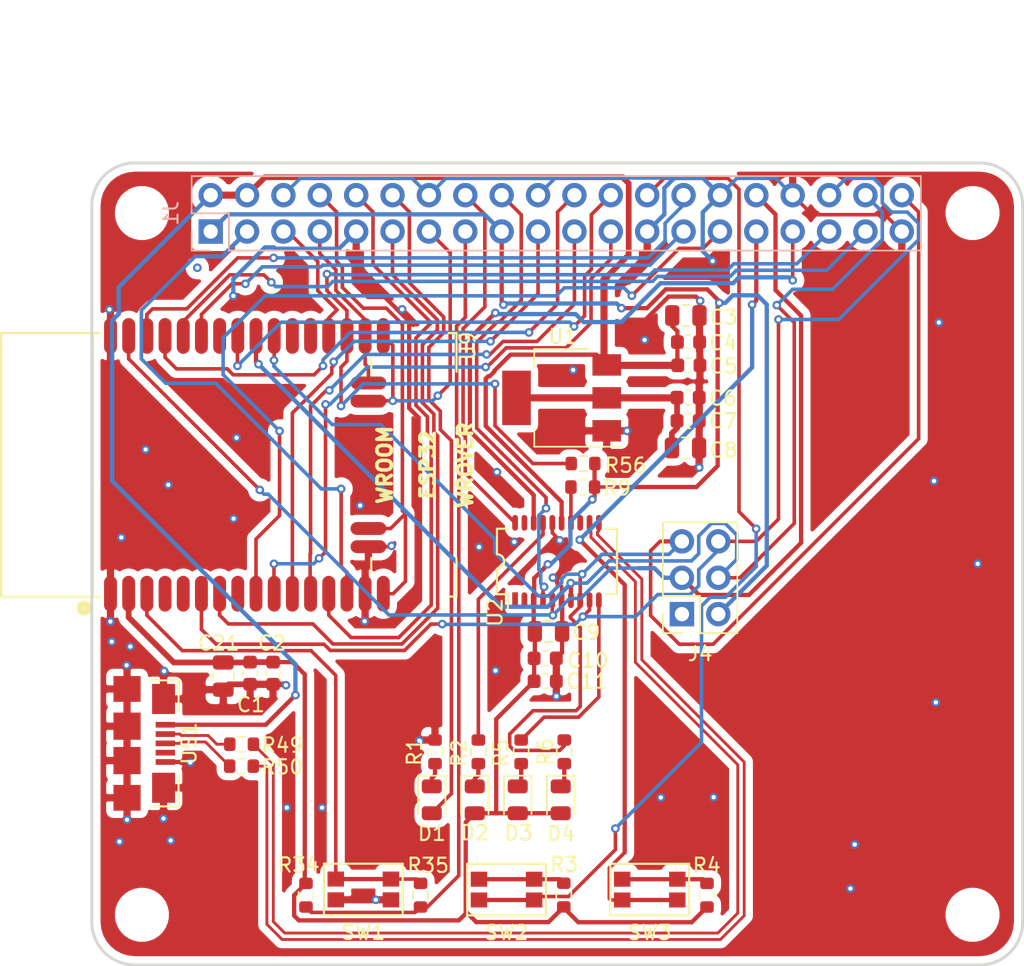
<source format=kicad_pcb>
(kicad_pcb (version 20171130) (host pcbnew 5.1.9+dfsg1-1~bpo10+1)
  (title_block (title "ULX4M CM4 HAT") (date 2021-11-10) (rev V1.0) (company "Intergalaktik d.o.o."))
  (layers (0 F.Cu signal) (1 In1.Cu power) (2 In2.Cu power) (31 B.Cu signal) (34 B.Paste user) (35 F.Paste user) (36 B.SilkS user) (37 F.SilkS user) (38 B.Mask user) (39 F.Mask user) (44 Edge.Cuts user))
  (net 0 "")
  (net 1 GND)
  (net 2 +3V3)
  (net 3 +5V)
  (net 4 RP_GPIO18)
  (net 5 "Net-(D1-Pad1)")
  (net 6 "Net-(D2-Pad1)")
  (net 7 "Net-(D3-Pad1)")
  (net 8 "Net-(D4-Pad1)")
  (net 9 SD_D2)
  (net 10 SD_D1)
  (net 11 SD_D0)
  (net 12 SD_D3)
  (net 13 SD_CLK)
  (net 14 WIFI_GPIO35)
  (net 15 SD_CMD)
  (net 16 WIFI_EN)
  (net 17 FTDI_TXD)
  (net 18 FTDI_RXD)
  (net 19 WIFI_GPIO26)
  (net 20 WIFI_GPIO27)
  (net 21 WIFI_TXD)
  (net 22 WIFI_GPIO25)
  (net 23 WIFI_GPIO19)
  (net 24 RP_GPIO07)
  (net 25 WIFI_GPIO21)
  (net 26 WIFI_GPIO22)
  (net 27 WIFI_GPIO33)
  (net 28 RP_GPIO06)
  (net 29 JTAG_TDI)
  (net 30 FTDI_TXDEN)
  (net 31 WIFI_GPIO0)
  (net 32 JTAG_TDO)
  (net 33 WIFI_RXD)
  (net 34 JTAG_TCK)
  (net 35 JTAG_TMS)
  (net 36 FTDI_nRXLED)
  (net 37 "Net-(R3-Pad2)")
  (net 38 "Net-(R4-Pad2)")
  (net 39 FTDI_nTXLED)
  (net 40 nRESET)
  (net 41 /WIFIEN)
  (net 42 USB_FTDI_D-)
  (net 43 /FTD-)
  (net 44 /FTD+)
  (net 45 USB_FTDI_D+)
  (module myFP:MountingHole_2.75mm_NoPad (layer F.Cu) (at 173.82 103.62)
    (fp_text reference H6 hide)
    (fp_text value MountingHole)
    (pad "" np_thru_hole circle (at 0 0) (size 2.75 2.75) (drill 2.75) (layers *.Cu *.Mask))
  )
  (module myFP:MountingHole_2.75mm_NoPad (layer F.Cu) (at 173.82 54.62)
    (fp_text reference H2 hide)
    (fp_text value MountingHole)
    (pad "" np_thru_hole circle (at 0 0) (size 2.75 2.75) (drill 2.75) (layers *.Cu *.Mask))
  )
  (module myFP:MountingHole_2.75mm_NoPad (layer F.Cu) (at 115.82 54.62)
    (fp_text reference H1 hide)
    (fp_text value MountingHole)
    (pad "" np_thru_hole circle (at 0 0) (size 2.75 2.75) (drill 2.75) (layers *.Cu *.Mask))
  )
  (module myFP:MountingHole_2.75mm_NoPad (layer F.Cu) (at 115.82 103.62)
    (fp_text reference H5 hide)
    (fp_text value MountingHole)
    (pad "" np_thru_hole circle (at 0 0) (size 2.75 2.75) (drill 2.75) (layers *.Cu *.Mask))
  )
  (module Connector_PinSocket_2.54mm:PinSocket_2x20_P2.54mm_Vertical (layer B.Cu) (at 120.62 55.91 270)
    (fp_text reference J1 (at -1.27 2.77 270) (layer B.SilkS) (effects (justify mirror)))
    (fp_text value Raspberry_Pi_2_3)
    (pad 1 thru_hole rect (at 0 0 270) (size 1.7 1.7) (drill 1) (layers *.Cu *.Mask) (net 2 +3V3))
    (pad 2 thru_hole oval (at -2.54 0 270) (size 1.7 1.7) (drill 1) (layers *.Cu *.Mask) (net 3 +5V))
    (pad 3 thru_hole oval (at 0 -2.54 270) (size 1.7 1.7) (drill 1) (layers *.Cu *.Mask) (net 9 SD_D2))
    (pad 4 thru_hole oval (at -2.54 -2.54 270) (size 1.7 1.7) (drill 1) (layers *.Cu *.Mask) (net 3 +5V))
    (pad 5 thru_hole oval (at 0 -5.08 270) (size 1.7 1.7) (drill 1) (layers *.Cu *.Mask) (net 10 SD_D1))
    (pad 6 thru_hole oval (at -2.54 -5.08 270) (size 1.7 1.7) (drill 1) (layers *.Cu *.Mask) (net 1 GND))
    (pad 7 thru_hole oval (at 0 -7.62 270) (size 1.7 1.7) (drill 1) (layers *.Cu *.Mask) (net 11 SD_D0))
    (pad 8 thru_hole oval (at -2.54 -7.62 270) (size 1.7 1.7) (drill 1) (layers *.Cu *.Mask) (net 12 SD_D3))
    (pad 9 thru_hole oval (at 0 -10.16 270) (size 1.7 1.7) (drill 1) (layers *.Cu *.Mask) (net 1 GND))
    (pad 10 thru_hole oval (at -2.54 -10.16 270) (size 1.7 1.7) (drill 1) (layers *.Cu *.Mask) (net 13 SD_CLK))
    (pad 11 thru_hole oval (at 0 -12.7 270) (size 1.7 1.7) (drill 1) (layers *.Cu *.Mask) (net 14 WIFI_GPIO35))
    (pad 12 thru_hole oval (at -2.54 -12.7 270) (size 1.7 1.7) (drill 1) (layers *.Cu *.Mask) (net 4 RP_GPIO18))
    (pad 13 thru_hole oval (at 0 -15.24 270) (size 1.7 1.7) (drill 1) (layers *.Cu *.Mask) (net 15 SD_CMD))
    (pad 14 thru_hole oval (at -2.54 -15.24 270) (size 1.7 1.7) (drill 1) (layers *.Cu *.Mask) (net 1 GND))
    (pad 15 thru_hole oval (at 0 -17.78 270) (size 1.7 1.7) (drill 1) (layers *.Cu *.Mask) (net 16 WIFI_EN))
    (pad 16 thru_hole oval (at -2.54 -17.78 270) (size 1.7 1.7) (drill 1) (layers *.Cu *.Mask) (net 17 FTDI_TXD))
    (pad 17 thru_hole oval (at 0 -20.32 270) (size 1.7 1.7) (drill 1) (layers *.Cu *.Mask) (net 2 +3V3))
    (pad 18 thru_hole oval (at -2.54 -20.32 270) (size 1.7 1.7) (drill 1) (layers *.Cu *.Mask) (net 18 FTDI_RXD))
    (pad 19 thru_hole oval (at 0 -22.86 270) (size 1.7 1.7) (drill 1) (layers *.Cu *.Mask) (net 19 WIFI_GPIO26))
    (pad 20 thru_hole oval (at -2.54 -22.86 270) (size 1.7 1.7) (drill 1) (layers *.Cu *.Mask) (net 1 GND))
    (pad 21 thru_hole oval (at 0 -25.4 270) (size 1.7 1.7) (drill 1) (layers *.Cu *.Mask) (net 20 WIFI_GPIO27))
    (pad 22 thru_hole oval (at -2.54 -25.4 270) (size 1.7 1.7) (drill 1) (layers *.Cu *.Mask) (net 21 WIFI_TXD))
    (pad 23 thru_hole oval (at 0 -27.94 270) (size 1.7 1.7) (drill 1) (layers *.Cu *.Mask) (net 22 WIFI_GPIO25))
    (pad 24 thru_hole oval (at -2.54 -27.94 270) (size 1.7 1.7) (drill 1) (layers *.Cu *.Mask) (net 23 WIFI_GPIO19))
    (pad 25 thru_hole oval (at 0 -30.48 270) (size 1.7 1.7) (drill 1) (layers *.Cu *.Mask) (net 1 GND))
    (pad 26 thru_hole oval (at -2.54 -30.48 270) (size 1.7 1.7) (drill 1) (layers *.Cu *.Mask) (net 24 RP_GPIO07))
    (pad 27 thru_hole oval (at 0 -33.02 270) (size 1.7 1.7) (drill 1) (layers *.Cu *.Mask) (net 25 WIFI_GPIO21))
    (pad 28 thru_hole oval (at -2.54 -33.02 270) (size 1.7 1.7) (drill 1) (layers *.Cu *.Mask) (net 26 WIFI_GPIO22))
    (pad 29 thru_hole oval (at 0 -35.56 270) (size 1.7 1.7) (drill 1) (layers *.Cu *.Mask) (net 27 WIFI_GPIO33))
    (pad 30 thru_hole oval (at -2.54 -35.56 270) (size 1.7 1.7) (drill 1) (layers *.Cu *.Mask) (net 1 GND))
    (pad 31 thru_hole oval (at 0 -38.1 270) (size 1.7 1.7) (drill 1) (layers *.Cu *.Mask) (net 28 RP_GPIO06))
    (pad 32 thru_hole oval (at -2.54 -38.1 270) (size 1.7 1.7) (drill 1) (layers *.Cu *.Mask) (net 29 JTAG_TDI))
    (pad 33 thru_hole oval (at 0 -40.64 270) (size 1.7 1.7) (drill 1) (layers *.Cu *.Mask) (net 30 FTDI_TXDEN))
    (pad 34 thru_hole oval (at -2.54 -40.64 270) (size 1.7 1.7) (drill 1) (layers *.Cu *.Mask) (net 1 GND))
    (pad 35 thru_hole oval (at 0 -43.18 270) (size 1.7 1.7) (drill 1) (layers *.Cu *.Mask) (net 31 WIFI_GPIO0))
    (pad 36 thru_hole oval (at -2.54 -43.18 270) (size 1.7 1.7) (drill 1) (layers *.Cu *.Mask) (net 32 JTAG_TDO))
    (pad 37 thru_hole oval (at 0 -45.72 270) (size 1.7 1.7) (drill 1) (layers *.Cu *.Mask) (net 33 WIFI_RXD))
    (pad 38 thru_hole oval (at -2.54 -45.72 270) (size 1.7 1.7) (drill 1) (layers *.Cu *.Mask) (net 34 JTAG_TCK))
    (pad 39 thru_hole oval (at 0 -48.26 270) (size 1.7 1.7) (drill 1) (layers *.Cu *.Mask) (net 1 GND))
    (pad 40 thru_hole oval (at -2.54 -48.26 270) (size 1.7 1.7) (drill 1) (layers *.Cu *.Mask) (net 35 JTAG_TMS))
  )
  (module Capacitor_SMD:C_0603_1608Metric (layer F.Cu) (at 123.375 86.75 270)
    (fp_text reference C1 (at 2.2 -0.05) (layer F.SilkS))
    (fp_text value 100n)
    (pad 2 smd roundrect (at 0.775 0 270) (size 0.9 0.95) (layers F.Cu F.Paste F.Mask) (net 1 GND))
    (pad 1 smd roundrect (at -0.775 0 270) (size 0.9 0.95) (layers F.Cu F.Paste F.Mask) (net 2 +3V3))
  )
  (module Capacitor_SMD:C_0603_1608Metric (layer F.Cu) (at 124.975 86.75 270)
    (fp_text reference C2 (at -2.1 0.075) (layer F.SilkS))
    (fp_text value 10n)
    (pad 1 smd roundrect (at -0.775 0 270) (size 0.9 0.95) (layers F.Cu F.Paste F.Mask) (net 2 +3V3))
    (pad 2 smd roundrect (at 0.775 0 270) (size 0.9 0.95) (layers F.Cu F.Paste F.Mask) (net 1 GND))
  )
  (module Capacitor_SMD:C_0805_2012Metric (layer F.Cu) (at 153.8 61.775)
    (fp_text reference C3 (at 2.65 0.125) (layer F.SilkS))
    (fp_text value 22uF)
    (pad 2 smd roundrect (at 0.95 0) (size 1 1.45) (layers F.Cu F.Paste F.Mask) (net 1 GND))
    (pad 1 smd roundrect (at -0.95 0) (size 1 1.45) (layers F.Cu F.Paste F.Mask) (net 3 +5V))
  )
  (module Capacitor_SMD:C_0603_1608Metric (layer F.Cu) (at 153.985 63.63)
    (fp_text reference C4 (at 2.425 0.05) (layer F.SilkS))
    (fp_text value 100n)
    (pad 2 smd roundrect (at 0.775 0) (size 0.9 0.95) (layers F.Cu F.Paste F.Mask) (net 1 GND))
    (pad 1 smd roundrect (at -0.775 0) (size 0.9 0.95) (layers F.Cu F.Paste F.Mask) (net 3 +5V))
  )
  (module Capacitor_SMD:C_0603_1608Metric (layer F.Cu) (at 154.01 65.255)
    (fp_text reference C5 (at 2.425 0.05) (layer F.SilkS))
    (fp_text value 10n)
    (pad 1 smd roundrect (at -0.775 0) (size 0.9 0.95) (layers F.Cu F.Paste F.Mask) (net 3 +5V))
    (pad 2 smd roundrect (at 0.775 0) (size 0.9 0.95) (layers F.Cu F.Paste F.Mask) (net 1 GND))
  )
  (module Capacitor_SMD:C_0603_1608Metric (layer F.Cu) (at 153.96 67.505)
    (fp_text reference C6 (at 2.425 0.05) (layer F.SilkS))
    (fp_text value 100n)
    (pad 2 smd roundrect (at 0.775 0) (size 0.9 0.95) (layers F.Cu F.Paste F.Mask) (net 1 GND))
    (pad 1 smd roundrect (at -0.775 0) (size 0.9 0.95) (layers F.Cu F.Paste F.Mask) (net 2 +3V3))
  )
  (module Capacitor_SMD:C_0603_1608Metric (layer F.Cu) (at 153.96 69.13)
    (fp_text reference C7 (at 2.45 0) (layer F.SilkS))
    (fp_text value 10n)
    (pad 1 smd roundrect (at -0.775 0) (size 0.9 0.95) (layers F.Cu F.Paste F.Mask) (net 2 +3V3))
    (pad 2 smd roundrect (at 0.775 0) (size 0.9 0.95) (layers F.Cu F.Paste F.Mask) (net 1 GND))
  )
  (module Capacitor_SMD:C_0805_2012Metric (layer F.Cu) (at 153.775 71.025)
    (fp_text reference C8 (at 2.65 0.15) (layer F.SilkS))
    (fp_text value 22uF)
    (pad 1 smd roundrect (at -0.95 0) (size 1 1.45) (layers F.Cu F.Paste F.Mask) (net 2 +3V3))
    (pad 2 smd roundrect (at 0.95 0) (size 1 1.45) (layers F.Cu F.Paste F.Mask) (net 1 GND))
  )
  (module Capacitor_SMD:C_0805_2012Metric (layer F.Cu) (at 144.205 83.835)
    (fp_text reference C9 (at 2.645 0.065) (layer F.SilkS))
    (fp_text value 22uF)
    (pad 1 smd roundrect (at -0.95 0) (size 1 1.45) (layers F.Cu F.Paste F.Mask) (net 2 +3V3))
    (pad 2 smd roundrect (at 0.95 0) (size 1 1.45) (layers F.Cu F.Paste F.Mask) (net 1 GND))
  )
  (module Capacitor_SMD:C_0603_1608Metric (layer F.Cu) (at 143.98 85.71)
    (fp_text reference C10 (at 2.975 0.15) (layer F.SilkS))
    (fp_text value 100n)
    (pad 2 smd roundrect (at 0.775 0) (size 0.9 0.95) (layers F.Cu F.Paste F.Mask) (net 1 GND))
    (pad 1 smd roundrect (at -0.775 0) (size 0.9 0.95) (layers F.Cu F.Paste F.Mask) (net 2 +3V3))
  )
  (module Capacitor_SMD:C_0603_1608Metric (layer F.Cu) (at 143.98 87.31)
    (fp_text reference C11 (at 2.9 0) (layer F.SilkS))
    (fp_text value 10n)
    (pad 1 smd roundrect (at -0.775 0) (size 0.9 0.95) (layers F.Cu F.Paste F.Mask) (net 2 +3V3))
    (pad 2 smd roundrect (at 0.775 0) (size 0.9 0.95) (layers F.Cu F.Paste F.Mask) (net 1 GND))
  )
  (module Capacitor_SMD:C_0805_2012Metric (layer F.Cu) (at 121.5 86.95 270)
    (fp_text reference C21 (at -2.3 0.325 180) (layer F.SilkS))
    (fp_text value 22uF)
    (pad 2 smd roundrect (at 0.95 0 270) (size 1 1.45) (layers F.Cu F.Paste F.Mask) (net 1 GND))
    (pad 1 smd roundrect (at -0.95 0 270) (size 1 1.45) (layers F.Cu F.Paste F.Mask) (net 2 +3V3))
  )
  (module LED_SMD:LED_0805_2012Metric (layer F.Cu) (at 136.06 95.59 270)
    (fp_text reference D1 (at 2.35 0 180) (layer F.SilkS))
    (fp_text value R)
    (pad 2 smd roundrect (at 0.9375 0 270) (size 0.975 1.4) (layers F.Cu F.Paste F.Mask) (net 4 RP_GPIO18))
    (pad 1 smd roundrect (at -0.9375 0 270) (size 0.975 1.4) (layers F.Cu F.Paste F.Mask) (net 5 "Net-(D1-Pad1)"))
  )
  (module LED_SMD:LED_0805_2012Metric (layer F.Cu) (at 139.06 95.59 270)
    (fp_text reference D2 (at 2.3 0 180) (layer F.SilkS))
    (fp_text value B)
    (pad 1 smd roundrect (at -0.9375 0 270) (size 0.975 1.4) (layers F.Cu F.Paste F.Mask) (net 6 "Net-(D2-Pad1)"))
    (pad 2 smd roundrect (at 0.9375 0 270) (size 0.975 1.4) (layers F.Cu F.Paste F.Mask) (net 2 +3V3))
  )
  (module LED_SMD:LED_0805_2012Metric (layer F.Cu) (at 142.06 95.59 270)
    (fp_text reference D3 (at 2.325 -0.075 180) (layer F.SilkS))
    (fp_text value G)
    (pad 1 smd roundrect (at -0.9375 0 270) (size 0.975 1.4) (layers F.Cu F.Paste F.Mask) (net 7 "Net-(D3-Pad1)"))
    (pad 2 smd roundrect (at 0.9375 0 270) (size 0.975 1.4) (layers F.Cu F.Paste F.Mask) (net 2 +3V3))
  )
  (module LED_SMD:LED_0805_2012Metric (layer F.Cu) (at 145.06 95.59 270)
    (fp_text reference D4 (at 2.375 -0.025 180) (layer F.SilkS))
    (fp_text value R)
    (pad 2 smd roundrect (at 0.9375 0 270) (size 0.975 1.4) (layers F.Cu F.Paste F.Mask) (net 2 +3V3))
    (pad 1 smd roundrect (at -0.9375 0 270) (size 0.975 1.4) (layers F.Cu F.Paste F.Mask) (net 8 "Net-(D4-Pad1)"))
  )
  (module Resistor_SMD:R_0603_1608Metric (layer F.Cu) (at 136.285 92.24 90)
    (fp_text reference R1 (at 0 -1.43 90) (layer F.SilkS))
    (fp_text value 549)
    (pad 1 smd roundrect (at -0.825 0 90) (size 0.8 0.95) (layers F.Cu F.Paste F.Mask) (net 5 "Net-(D1-Pad1)"))
    (pad 2 smd roundrect (at 0.825 0 90) (size 0.8 0.95) (layers F.Cu F.Paste F.Mask) (net 1 GND))
  )
  (module Resistor_SMD:R_0603_1608Metric (layer F.Cu) (at 139.31 92.24 270)
    (fp_text reference R2 (at 0.075 1.35 90) (layer F.SilkS))
    (fp_text value 549)
    (pad 2 smd roundrect (at 0.825 0 270) (size 0.8 0.95) (layers F.Cu F.Paste F.Mask) (net 6 "Net-(D2-Pad1)"))
    (pad 1 smd roundrect (at -0.825 0 270) (size 0.8 0.95) (layers F.Cu F.Paste F.Mask) (net 36 FTDI_nRXLED))
  )
  (module Resistor_SMD:R_0603_1608Metric (layer F.Cu) (at 145.275 102.24 90)
    (fp_text reference R3 (at 2.13 0.025 180) (layer F.SilkS))
    (fp_text value 1K)
    (pad 1 smd roundrect (at -0.825 0 90) (size 0.8 0.95) (layers F.Cu F.Paste F.Mask) (net 2 +3V3))
    (pad 2 smd roundrect (at 0.825 0 90) (size 0.8 0.95) (layers F.Cu F.Paste F.Mask) (net 37 "Net-(R3-Pad2)"))
  )
  (module Resistor_SMD:R_0603_1608Metric (layer F.Cu) (at 155.275 102.25 90)
    (fp_text reference R4 (at 2.075 -0.025 180) (layer F.SilkS))
    (fp_text value 1K)
    (pad 2 smd roundrect (at 0.825 0 90) (size 0.8 0.95) (layers F.Cu F.Paste F.Mask) (net 38 "Net-(R4-Pad2)"))
    (pad 1 smd roundrect (at -0.825 0 90) (size 0.8 0.95) (layers F.Cu F.Paste F.Mask) (net 2 +3V3))
  )
  (module Resistor_SMD:R_0603_1608Metric (layer F.Cu) (at 142.3 92.24 270)
    (fp_text reference R5 (at 0.08 1.41 90) (layer F.SilkS))
    (fp_text value 549)
    (pad 1 smd roundrect (at -0.825 0 270) (size 0.8 0.95) (layers F.Cu F.Paste F.Mask) (net 39 FTDI_nTXLED))
    (pad 2 smd roundrect (at 0.825 0 270) (size 0.8 0.95) (layers F.Cu F.Paste F.Mask) (net 7 "Net-(D3-Pad1)"))
  )
  (module Resistor_SMD:R_0603_1608Metric (layer F.Cu) (at 145.31 92.24 270)
    (fp_text reference R6 (at 0 1.325 90) (layer F.SilkS))
    (fp_text value 549)
    (pad 2 smd roundrect (at 0.825 0 270) (size 0.8 0.95) (layers F.Cu F.Paste F.Mask) (net 8 "Net-(D4-Pad1)"))
    (pad 1 smd roundrect (at -0.825 0 270) (size 0.8 0.95) (layers F.Cu F.Paste F.Mask) (net 35 JTAG_TMS))
  )
  (module Resistor_SMD:R_0603_1608Metric (layer F.Cu) (at 146.6 73.75)
    (fp_text reference R9 (at 2.4 0.075) (layer F.SilkS))
    (fp_text value 15k)
    (pad 2 smd roundrect (at 0.825 0) (size 0.8 0.95) (layers F.Cu F.Paste F.Mask) (net 2 +3V3))
    (pad 1 smd roundrect (at -0.825 0) (size 0.8 0.95) (layers F.Cu F.Paste F.Mask) (net 40 nRESET))
  )
  (module Resistor_SMD:R_0603_1608Metric (layer F.Cu) (at 127.275 102.25 270)
    (fp_text reference R34 (at -2.1 0.5 180) (layer F.SilkS))
    (fp_text value 15k)
    (pad 1 smd roundrect (at -0.825 0 270) (size 0.8 0.95) (layers F.Cu F.Paste F.Mask) (net 2 +3V3))
    (pad 2 smd roundrect (at 0.825 0 270) (size 0.8 0.95) (layers F.Cu F.Paste F.Mask) (net 16 WIFI_EN))
  )
  (module Resistor_SMD:R_0603_1608Metric (layer F.Cu) (at 135.275 102.25 90)
    (fp_text reference R35 (at 2.075 0.525 180) (layer F.SilkS))
    (fp_text value 549)
    (pad 2 smd roundrect (at 0.825 0 90) (size 0.8 0.95) (layers F.Cu F.Paste F.Mask) (net 41 /WIFIEN))
    (pad 1 smd roundrect (at -0.825 0 90) (size 0.8 0.95) (layers F.Cu F.Paste F.Mask) (net 16 WIFI_EN))
  )
  (module Resistor_SMD:R_0603_1608Metric (layer F.Cu) (at 122.78 91.71 180)
    (fp_text reference R49 (at -2.84 -0.07) (layer F.SilkS))
    (fp_text value 27)
    (pad 1 smd roundrect (at -0.825 0 180) (size 0.8 0.95) (layers F.Cu F.Paste F.Mask) (net 42 USB_FTDI_D-))
    (pad 2 smd roundrect (at 0.825 0 180) (size 0.8 0.95) (layers F.Cu F.Paste F.Mask) (net 43 /FTD-))
  )
  (module Resistor_SMD:R_0603_1608Metric (layer F.Cu) (at 122.77 93.24 180)
    (fp_text reference R50 (at -2.84 -0.06 180) (layer F.SilkS))
    (fp_text value 27)
    (pad 2 smd roundrect (at 0.825 0 180) (size 0.8 0.95) (layers F.Cu F.Paste F.Mask) (net 44 /FTD+))
    (pad 1 smd roundrect (at -0.825 0 180) (size 0.8 0.95) (layers F.Cu F.Paste F.Mask) (net 45 USB_FTDI_D+))
  )
  (module Resistor_SMD:R_0603_1608Metric (layer F.Cu) (at 146.62 72.11 180)
    (fp_text reference R56 (at -2.975 -0.125) (layer F.SilkS))
    (fp_text value 15k)
    (pad 1 smd roundrect (at -0.825 0 180) (size 0.8 0.95) (layers F.Cu F.Paste F.Mask) (net 2 +3V3))
    (pad 2 smd roundrect (at 0.825 0 180) (size 0.8 0.95) (layers F.Cu F.Paste F.Mask) (net 31 WIFI_GPIO0))
  )
  (module Switch_EVPAA:Switch_EVPAA (layer F.Cu) (at 131.28 101.85)
    (fp_text reference SW1 (at 0 3) (layer F.SilkS))
    (fp_text value "WIFI ENABLE" hide)
    (pad 2 smd rect (at 1.925 0.725) (size 1.15 1.05) (layers F.Cu F.Paste F.Mask) (net 1 GND))
    (pad 1 smd rect (at 1.925 -0.725) (size 1.15 1.05) (layers F.Cu F.Paste F.Mask) (net 41 /WIFIEN))
    (pad 2 smd rect (at -1.925 0.725) (size 1.15 1.05) (layers F.Cu F.Paste F.Mask) (net 1 GND))
    (pad 1 smd rect (at -1.925 -0.725) (size 1.15 1.05) (layers F.Cu F.Paste F.Mask) (net 41 /WIFIEN))
  )
  (module Switch_EVPAA:Switch_EVPAA (layer F.Cu) (at 141.28 101.86)
    (fp_text reference SW2 (at 0 3) (layer F.SilkS))
    (fp_text value BTN2 hide)
    (pad 1 smd rect (at -1.925 -0.725) (size 1.15 1.05) (layers F.Cu F.Paste F.Mask) (net 37 "Net-(R3-Pad2)"))
    (pad 2 smd rect (at -1.925 0.725) (size 1.15 1.05) (layers F.Cu F.Paste F.Mask) (net 24 RP_GPIO07))
    (pad 1 smd rect (at 1.925 -0.725) (size 1.15 1.05) (layers F.Cu F.Paste F.Mask) (net 37 "Net-(R3-Pad2)"))
    (pad 2 smd rect (at 1.925 0.725) (size 1.15 1.05) (layers F.Cu F.Paste F.Mask) (net 24 RP_GPIO07))
  )
  (module Switch_EVPAA:Switch_EVPAA (layer F.Cu) (at 151.28 101.86)
    (fp_text reference SW3 (at 0 3) (layer F.SilkS))
    (fp_text value BTN1 hide)
    (pad 1 smd rect (at -1.925 -0.725) (size 1.15 1.05) (layers F.Cu F.Paste F.Mask) (net 38 "Net-(R4-Pad2)"))
    (pad 2 smd rect (at -1.925 0.725) (size 1.15 1.05) (layers F.Cu F.Paste F.Mask) (net 28 RP_GPIO06))
    (pad 1 smd rect (at 1.925 -0.725) (size 1.15 1.05) (layers F.Cu F.Paste F.Mask) (net 38 "Net-(R4-Pad2)"))
    (pad 2 smd rect (at 1.925 0.725) (size 1.15 1.05) (layers F.Cu F.Paste F.Mask) (net 28 RP_GPIO06))
  )
  (module Package_TO_SOT_SMD:SOT-223-3_TabPin2 (layer F.Cu) (at 145.125 67.525 180)
    (fp_text reference U1 (at -0.085 4.285 180) (layer F.SilkS))
    (fp_text value LM1117-3.3)
    (pad 2 smd rect (at 3.15 0 180) (size 2 3.8) (layers F.Cu F.Paste F.Mask) (net 2 +3V3))
    (pad 2 smd rect (at -3.15 0 180) (size 2 1.5) (layers F.Cu F.Paste F.Mask) (net 2 +3V3))
    (pad 3 smd rect (at -3.15 2.3 180) (size 2 1.5) (layers F.Cu F.Paste F.Mask) (net 3 +5V))
    (pad 1 smd rect (at -3.15 -2.3 180) (size 2 1.5) (layers F.Cu F.Paste F.Mask) (net 1 GND))
  )
  (module ft231x:FT231X-SSOP-20_4.4x6.5mm_Pitch0.65mm (layer F.Cu) (at 144.8 78.95 90)
    (fp_text reference U2 (at -3.556 -4.318 90) (layer F.SilkS))
    (fp_text value FT231XS hide)
    (pad 1 smd rect (at -2.7 -2.925 90) (size 1.1 0.4) (layers F.Cu F.Paste F.Mask))
    (pad 2 smd oval (at -2.7 -2.275 90) (size 1.1 0.4) (layers F.Cu F.Paste F.Mask))
    (pad 3 smd oval (at -2.7 -1.625 90) (size 1.1 0.4) (layers F.Cu F.Paste F.Mask) (net 2 +3V3))
    (pad 4 smd oval (at -2.7 -0.975 90) (size 1.1 0.4) (layers F.Cu F.Paste F.Mask) (net 18 FTDI_RXD))
    (pad 5 smd oval (at -2.7 -0.325 90) (size 1.1 0.4) (layers F.Cu F.Paste F.Mask) (net 29 JTAG_TDI))
    (pad 6 smd oval (at -2.7 0.325 90) (size 1.1 0.4) (layers F.Cu F.Paste F.Mask) (net 1 GND))
    (pad 7 smd oval (at -2.7 0.975 90) (size 1.1 0.4) (layers F.Cu F.Paste F.Mask) (net 34 JTAG_TCK))
    (pad 8 smd oval (at -2.7 1.625 90) (size 1.1 0.4) (layers F.Cu F.Paste F.Mask) (net 35 JTAG_TMS))
    (pad 9 smd oval (at -2.7 2.275 90) (size 1.1 0.4) (layers F.Cu F.Paste F.Mask) (net 32 JTAG_TDO))
    (pad 10 smd oval (at -2.7 2.925 90) (size 1.1 0.4) (layers F.Cu F.Paste F.Mask) (net 39 FTDI_nTXLED))
    (pad 11 smd oval (at 2.7 2.925 90) (size 1.1 0.4) (layers F.Cu F.Paste F.Mask) (net 45 USB_FTDI_D+))
    (pad 12 smd oval (at 2.7 2.275 90) (size 1.1 0.4) (layers F.Cu F.Paste F.Mask) (net 42 USB_FTDI_D-))
    (pad 13 smd oval (at 2.7 1.625 90) (size 1.1 0.4) (layers F.Cu F.Paste F.Mask))
    (pad 14 smd oval (at 2.7 0.975 90) (size 1.1 0.4) (layers F.Cu F.Paste F.Mask) (net 40 nRESET))
    (pad 15 smd oval (at 2.7 0.325 90) (size 1.1 0.4) (layers F.Cu F.Paste F.Mask) (net 3 +5V))
    (pad 16 smd oval (at 2.7 -0.325 90) (size 1.1 0.4) (layers F.Cu F.Paste F.Mask) (net 1 GND))
    (pad 17 smd oval (at 2.7 -0.975 90) (size 1.1 0.4) (layers F.Cu F.Paste F.Mask) (net 36 FTDI_nRXLED))
    (pad 18 smd oval (at 2.7 -1.625 90) (size 1.1 0.4) (layers F.Cu F.Paste F.Mask) (net 30 FTDI_TXDEN))
    (pad 19 smd oval (at 2.7 -2.275 90) (size 1.1 0.4) (layers F.Cu F.Paste F.Mask))
    (pad 20 smd oval (at 2.7 -2.925 90) (size 1.1 0.4) (layers F.Cu F.Paste F.Mask) (net 17 FTDI_TXD))
  )
  (module ESP32:ESP32 (layer F.Cu) (at 121.88 72.2 270)
    (fp_text reference U9 (at -8.3 -16.7 270) (layer F.SilkS))
    (fp_text value ESP32 hide)
    (fp_text user WROOM (at 0 -10.9 90) (layer F.SilkS) (effects (font (thickness 0.25))))
    (fp_text user WROVER (at 0.02 -16.52 270) (layer F.SilkS) (effects (font (thickness 0.25))))
    (fp_text user ESP32 (at 0 -13.9 90) (layer F.SilkS) (effects (font (thickness 0.25))))
    (pad 23 smd oval (at -4.445 -9.755) (size 2.5 0.9) (layers F.Cu F.Mask) (net 15 SD_CMD))
    (pad 24 smd oval (at -5.715 -9.755) (size 2.5 0.9) (layers F.Cu F.Mask) (net 11 SD_D0))
    (pad 16 smd oval (at 4.445 -9.755) (size 2.5 0.9) (layers F.Cu F.Mask) (net 12 SD_D3))
    (pad 15 smd oval (at 5.715 -9.755) (size 2.5 0.9) (layers F.Cu F.Mask) (net 1 GND))
    (pad 24 smd oval (at -9 -9.525 270) (size 2.5 0.9) (layers F.Cu F.Paste F.Mask) (net 11 SD_D0))
    (pad 23 smd oval (at -9 -10.795 270) (size 2.5 0.9) (layers F.Cu F.Paste F.Mask) (net 15 SD_CMD))
    (pad 16 smd oval (at 9 -10.795 270) (size 2.5 0.9) (layers F.Cu F.Paste F.Mask) (net 12 SD_D3))
    (pad 15 smd oval (at 9 -9.525 270) (size 2.5 0.9) (layers F.Cu F.Paste F.Mask) (net 1 GND))
    (pad 38 smd oval (at -9 8.255 270) (size 2.5 0.9) (layers F.Cu F.Paste F.Mask) (net 1 GND))
    (pad 37 smd oval (at -9 6.985 270) (size 2.5 0.9) (layers F.Cu F.Paste F.Mask) (net 29 JTAG_TDI))
    (pad 36 smd oval (at -9 5.715 270) (size 2.5 0.9) (layers F.Cu F.Paste F.Mask) (net 26 WIFI_GPIO22))
    (pad 35 smd oval (at -9 4.445 270) (size 2.5 0.9) (layers F.Cu F.Paste F.Mask) (net 21 WIFI_TXD))
    (pad 34 smd oval (at -9 3.175 270) (size 2.5 0.9) (layers F.Cu F.Paste F.Mask) (net 33 WIFI_RXD))
    (pad 33 smd oval (at -9 1.905 270) (size 2.5 0.9) (layers F.Cu F.Paste F.Mask) (net 25 WIFI_GPIO21))
    (pad 32 smd oval (at -9 0.635 270) (size 2.5 0.9) (layers F.Cu F.Paste F.Mask))
    (pad 31 smd oval (at -9 -0.635 270) (size 2.5 0.9) (layers F.Cu F.Paste F.Mask) (net 23 WIFI_GPIO19))
    (pad 30 smd oval (at -9 -1.905 270) (size 2.5 0.9) (layers F.Cu F.Paste F.Mask) (net 34 JTAG_TCK))
    (pad 29 smd oval (at -9 -3.175 270) (size 2.5 0.9) (layers F.Cu F.Paste F.Mask) (net 35 JTAG_TMS))
    (pad 28 smd oval (at -9 -4.445 270) (size 2.5 0.9) (layers F.Cu F.Paste F.Mask))
    (pad 27 smd oval (at -9 -5.715 270) (size 2.5 0.9) (layers F.Cu F.Paste F.Mask))
    (pad 26 smd oval (at -9 -6.985 270) (size 2.5 0.9) (layers F.Cu F.Paste F.Mask) (net 10 SD_D1))
    (pad 25 smd oval (at -9 -8.255 270) (size 2.5 0.9) (layers F.Cu F.Paste F.Mask) (net 31 WIFI_GPIO0))
    (pad 14 smd oval (at 9 -8.255 270) (size 2.5 0.9) (layers F.Cu F.Paste F.Mask) (net 9 SD_D2))
    (pad 13 smd oval (at 9 -6.985 270) (size 2.5 0.9) (layers F.Cu F.Paste F.Mask) (net 13 SD_CLK))
    (pad 12 smd oval (at 9 -5.715 270) (size 2.5 0.9) (layers F.Cu F.Paste F.Mask) (net 20 WIFI_GPIO27))
    (pad 11 smd oval (at 9 -4.445 270) (size 2.5 0.9) (layers F.Cu F.Paste F.Mask) (net 19 WIFI_GPIO26))
    (pad 10 smd oval (at 9 -3.175 270) (size 2.5 0.9) (layers F.Cu F.Paste F.Mask) (net 22 WIFI_GPIO25))
    (pad 9 smd oval (at 9 -1.905 270) (size 2.5 0.9) (layers F.Cu F.Paste F.Mask) (net 27 WIFI_GPIO33))
    (pad 8 smd oval (at 9 -0.635 270) (size 2.5 0.9) (layers F.Cu F.Paste F.Mask))
    (pad 7 smd oval (at 9 0.635 270) (size 2.5 0.9) (layers F.Cu F.Paste F.Mask) (net 14 WIFI_GPIO35))
    (pad 6 smd oval (at 9 1.905 270) (size 2.5 0.9) (layers F.Cu F.Paste F.Mask) (net 32 JTAG_TDO))
    (pad 5 smd oval (at 9 3.175 270) (size 2.5 0.9) (layers F.Cu F.Paste F.Mask))
    (pad 4 smd oval (at 9 4.445 270) (size 2.5 0.9) (layers F.Cu F.Paste F.Mask))
    (pad 3 smd oval (at 9 5.715 270) (size 2.5 0.9) (layers F.Cu F.Paste F.Mask) (net 41 /WIFIEN))
    (pad 2 smd oval (at 9 6.985 270) (size 2.5 0.9) (layers F.Cu F.Paste F.Mask) (net 2 +3V3))
    (pad 1 smd oval (at 9 8.255 270) (size 2.5 0.9) (layers F.Cu F.Paste F.Mask) (net 1 GND))
  )
  (module usb_otg:USB-MICRO-B-FCI-10118192-0001LF (layer F.Cu) (at 114.78 91.65 270)
    (fp_text reference US1 (at 0 -4.336 90) (layer F.SilkS))
    (fp_text value MICRO_USB hide)
    (pad 6 smd rect (at -3.1 -2.55 270) (size 2.1 1.6) (layers F.Cu F.Paste F.Mask) (net 1 GND))
    (pad 6 smd rect (at 3.1 -2.55 270) (size 2.1 1.6) (layers F.Cu F.Paste F.Mask) (net 1 GND))
    (pad 6 smd rect (at -1.2 0 270) (size 1.9 1.9) (layers F.Cu F.Paste F.Mask) (net 1 GND))
    (pad 6 smd rect (at 1.2 0 270) (size 1.9 1.9) (layers F.Cu F.Paste F.Mask) (net 1 GND))
    (pad 1 smd rect (at -1.3 -2.675 270) (size 0.4 1.35) (layers F.Cu F.Paste F.Mask) (net 3 +5V))
    (pad 2 smd rect (at -0.65 -2.675 270) (size 0.4 1.35) (layers F.Cu F.Paste F.Mask) (net 43 /FTD-))
    (pad 3 smd rect (at 0 -2.675 270) (size 0.4 1.35) (layers F.Cu F.Paste F.Mask) (net 44 /FTD+))
    (pad 4 smd rect (at 0.65 -2.675 270) (size 0.4 1.35) (layers F.Cu F.Paste F.Mask))
    (pad 5 smd rect (at 1.3 -2.675 270) (size 0.4 1.35) (layers F.Cu F.Paste F.Mask) (net 1 GND))
    (pad 6 smd rect (at -3.8 0 270) (size 1.8 1.9) (layers F.Cu F.Paste F.Mask) (net 1 GND))
    (pad 6 smd rect (at 3.8 0 270) (size 1.8 1.9) (layers F.Cu F.Paste F.Mask) (net 1 GND))
  )
  (module Connector_PinSocket_2.54mm:PinSocket_2x03_P2.54mm_Vertical (layer F.Cu) (at 153.525 82.625 180)
    (fp_text reference J4 (at -1.27 -2.77) (layer F.SilkS))
    (fp_text value CONN_02X03 hide)
    (pad 1 thru_hole rect (at 0 0 180) (size 1.7 1.7) (drill 1) (layers *.Cu *.Mask) (net 1 GND))
    (pad 2 thru_hole oval (at -2.54 0 180) (size 1.7 1.7) (drill 1) (layers *.Cu *.Mask) (net 2 +3V3))
    (pad 3 thru_hole oval (at 0 2.54 180) (size 1.7 1.7) (drill 1) (layers *.Cu *.Mask) (net 29 JTAG_TDI))
    (pad 4 thru_hole oval (at -2.54 2.54 180) (size 1.7 1.7) (drill 1) (layers *.Cu *.Mask) (net 34 JTAG_TCK))
    (pad 5 thru_hole oval (at 0 5.08 180) (size 1.7 1.7) (drill 1) (layers *.Cu *.Mask) (net 35 JTAG_TMS))
    (pad 6 thru_hole oval (at -2.54 5.08 180) (size 1.7 1.7) (drill 1) (layers *.Cu *.Mask) (net 32 JTAG_TDO))
  )
  (gr_line (start 177.32 54.12) (end 177.32 104.12) (layer Edge.Cuts) (width 0.2))
  (gr_arc (start 115.32 104.12) (end 112.32 104.12) (angle -90) (layer Edge.Cuts) (width 0.2))
  (gr_line (start 115.32 107.12) (end 174.32 107.12) (layer Edge.Cuts) (width 0.2))
  (gr_line (start 112.32 54.12) (end 112.32 104.12) (layer Edge.Cuts) (width 0.2))
  (gr_arc (start 115.32 54.12) (end 115.32 51.12) (angle -90) (layer Edge.Cuts) (width 0.2))
  (gr_arc (start 174.32 54.12) (end 177.32 54.12) (angle -90) (layer Edge.Cuts) (width 0.2))
  (gr_line (start 174.32 51.12) (end 115.32 51.12) (layer Edge.Cuts) (width 0.2))
  (gr_arc (start 174.32 104.12) (end 174.32 107.12) (angle -90) (layer Edge.Cuts) (width 0.2))
  (via (at 119.69 58.44) (size 0.6) (drill 0.3) (layers F.Cu B.Cu) (net 0))
  (via (at 139.36 77.94) (size 0.6) (drill 0.3) (layers F.Cu B.Cu) (net 1))
  (segment (start 125.7 53.37) (end 125.7 53.21) (width 0.25) (layer F.Cu) (net 1))
  (via (at 144.76 88.36) (size 0.6) (drill 0.3) (layers F.Cu B.Cu) (net 1))
  (segment (start 145.155 85.31) (end 144.755 85.71) (width 0.3) (layer F.Cu) (net 1))
  (segment (start 145.155 83.835) (end 145.155 85.31) (width 0.3) (layer F.Cu) (net 1))
  (segment (start 144.755 85.71) (end 144.755 87.31) (width 0.3) (layer F.Cu) (net 1))
  (segment (start 144.755 88.355) (end 144.76 88.36) (width 0.3) (layer F.Cu) (net 1))
  (segment (start 144.755 87.31) (end 144.755 88.355) (width 0.3) (layer F.Cu) (net 1))
  (segment (start 154.785 63.655) (end 154.76 63.63) (width 0.3) (layer F.Cu) (net 1))
  (segment (start 154.785 65.255) (end 154.785 63.655) (width 0.3) (layer F.Cu) (net 1))
  (segment (start 154.76 61.785) (end 154.75 61.775) (width 0.3) (layer F.Cu) (net 1))
  (segment (start 154.76 63.63) (end 154.76 61.785) (width 0.3) (layer F.Cu) (net 1))
  (segment (start 154.735 71.015) (end 154.725 71.025) (width 0.3) (layer F.Cu) (net 1))
  (segment (start 154.735 67.505) (end 154.735 71.015) (width 0.3) (layer F.Cu) (net 1))
  (via (at 154.73 72.39) (size 0.6) (drill 0.3) (layers F.Cu B.Cu) (net 1))
  (segment (start 154.725 71.025) (end 154.725 72.385) (width 0.3) (layer F.Cu) (net 1))
  (segment (start 154.725 72.385) (end 154.73 72.39) (width 0.3) (layer F.Cu) (net 1))
  (segment (start 135.235002 91.415) (end 135.190002 91.46) (width 0.25) (layer F.Cu) (net 1))
  (via (at 135.190002 91.46) (size 0.6) (drill 0.3) (layers F.Cu B.Cu) (net 1))
  (segment (start 136.285 91.415) (end 135.235002 91.415) (width 0.25) (layer F.Cu) (net 1))
  (segment (start 124.975 87.525) (end 123.375 87.525) (width 0.4) (layer F.Cu) (net 1))
  (segment (start 121.875 87.525) (end 121.5 87.9) (width 0.4) (layer F.Cu) (net 1))
  (segment (start 123.375 87.525) (end 121.875 87.525) (width 0.4) (layer F.Cu) (net 1))
  (segment (start 117.33 88.55) (end 119.28 88.55) (width 0.4) (layer F.Cu) (net 1))
  (segment (start 119.93 87.9) (end 121.5 87.9) (width 0.4) (layer F.Cu) (net 1))
  (segment (start 119.28 88.55) (end 119.93 87.9) (width 0.4) (layer F.Cu) (net 1))
  (via (at 119.2 92.98) (size 0.6) (drill 0.3) (layers F.Cu B.Cu) (net 1))
  (segment (start 119.17 92.95) (end 119.2 92.98) (width 0.3) (layer F.Cu) (net 1))
  (segment (start 117.455 92.95) (end 119.17 92.95) (width 0.3) (layer F.Cu) (net 1))
  (segment (start 125.814043 87.525) (end 125.877911 87.588868) (width 0.4) (layer F.Cu) (net 1))
  (segment (start 124.975 87.525) (end 125.814043 87.525) (width 0.4) (layer F.Cu) (net 1))
  (via (at 125.877911 87.588868) (size 0.6) (drill 0.3) (layers F.Cu B.Cu) (net 1))
  (segment (start 148.275 69.825) (end 149.685 69.825) (width 0.3) (layer F.Cu) (net 1))
  (via (at 149.69 69.83) (size 0.6) (drill 0.3) (layers F.Cu B.Cu) (net 1))
  (segment (start 149.685 69.825) (end 149.69 69.83) (width 0.3) (layer F.Cu) (net 1))
  (via (at 131.37 83.12) (size 0.6) (drill 0.3) (layers F.Cu B.Cu) (net 1))
  (segment (start 131.405 81.2) (end 131.405 83.085) (width 0.25) (layer F.Cu) (net 1))
  (segment (start 131.405 83.085) (end 131.37 83.12) (width 0.25) (layer F.Cu) (net 1))
  (via (at 133.25 77.86) (size 0.6) (drill 0.3) (layers F.Cu B.Cu) (net 1))
  (segment (start 131.635 77.915) (end 133.195 77.915) (width 0.25) (layer F.Cu) (net 1))
  (segment (start 133.195 77.915) (end 133.25 77.86) (width 0.25) (layer F.Cu) (net 1))
  (segment (start 133.205 102.575) (end 132.155 102.575) (width 0.25) (layer F.Cu) (net 1))
  (via (at 132.15 102.57) (size 0.6) (drill 0.3) (layers F.Cu B.Cu) (net 1))
  (segment (start 132.155 102.575) (end 132.15 102.57) (width 0.25) (layer F.Cu) (net 1))
  (segment (start 145.125 81.65) (end 145.165232 81.690232) (width 0.3) (layer F.Cu) (net 1))
  (segment (start 145.165232 81.690232) (end 145.165232 83.824768) (width 0.3) (layer F.Cu) (net 1))
  (segment (start 145.165232 83.824768) (end 145.155 83.835) (width 0.3) (layer F.Cu) (net 1))
  (segment (start 145.125 81.65) (end 145.125 80.68655) (width 0.25) (layer F.Cu) (net 1))
  (segment (start 145.125 80.68655) (end 144.515514 80.077064) (width 0.25) (layer F.Cu) (net 1))
  (via (at 144.515514 80.077064) (size 0.6) (drill 0.3) (layers F.Cu B.Cu) (net 1))
  (via (at 141.82 77.58) (size 0.6) (drill 0.3) (layers F.Cu B.Cu) (net 1))
  (segment (start 139.36 77.94) (end 141.46 77.94) (width 0.3) (layer F.Cu) (net 1))
  (segment (start 141.46 77.94) (end 141.82 77.58) (width 0.3) (layer F.Cu) (net 1))
  (via (at 128.4 96.14) (size 0.6) (drill 0.3) (layers F.Cu B.Cu) (net 1))
  (via (at 125.94 96.14) (size 0.6) (drill 0.3) (layers F.Cu B.Cu) (net 1))
  (via (at 152.05 95.43) (size 0.6) (drill 0.3) (layers F.Cu B.Cu) (net 1))
  (via (at 155.74 95.41) (size 0.6) (drill 0.3) (layers F.Cu B.Cu) (net 1))
  (via (at 140.51 86.57) (size 0.6) (drill 0.3) (layers F.Cu B.Cu) (net 1))
  (via (at 122.43 70.31) (size 0.6) (drill 0.3) (layers F.Cu B.Cu) (net 1))
  (via (at 131.06 75.04) (size 0.6) (drill 0.3) (layers F.Cu B.Cu) (net 1))
  (via (at 140.61 72.71) (size 0.6) (drill 0.3) (layers F.Cu B.Cu) (net 1))
  (via (at 145.93 65.58) (size 0.6) (drill 0.3) (layers F.Cu B.Cu) (net 1))
  (via (at 150.92 63.48) (size 0.6) (drill 0.3) (layers F.Cu B.Cu) (net 1))
  (via (at 171.47 62.26) (size 0.6) (drill 0.3) (layers F.Cu B.Cu) (net 1))
  (via (at 171.13 73.33) (size 0.6) (drill 0.3) (layers F.Cu B.Cu) (net 1))
  (via (at 171.26 88.79) (size 0.6) (drill 0.3) (layers F.Cu B.Cu) (net 1))
  (via (at 165.29 101.79) (size 0.6) (drill 0.3) (layers F.Cu B.Cu) (net 1))
  (via (at 165.59 98.71) (size 0.6) (drill 0.3) (layers F.Cu B.Cu) (net 1))
  (via (at 174.18 79.11) (size 0.6) (drill 0.3) (layers F.Cu B.Cu) (net 1))
  (via (at 133.99 61.34) (size 0.6) (drill 0.3) (layers F.Cu B.Cu) (net 1))
  (segment (start 133.99 61.34) (end 135.04 62.39) (width 0.3) (layer F.Cu) (net 1))
  (segment (start 135.04 62.39) (end 134.68 62.39) (width 0.3) (layer F.Cu) (net 1))
  (segment (start 130.78 58.49) (end 130.78 55.91) (width 0.3) (layer F.Cu) (net 1))
  (segment (start 134.68 62.39) (end 130.78 58.49) (width 0.3) (layer F.Cu) (net 1))
  (segment (start 156.18 53.37) (end 154.979999 52.169999) (width 0.3) (layer B.Cu) (net 1))
  (segment (start 152.300001 54.709999) (end 151.1 55.91) (width 0.3) (layer B.Cu) (net 1))
  (segment (start 152.300001 52.869999) (end 152.300001 54.709999) (width 0.3) (layer B.Cu) (net 1))
  (segment (start 153.000001 52.169999) (end 152.300001 52.869999) (width 0.3) (layer B.Cu) (net 1))
  (segment (start 133.34 83.12) (end 131.794264 83.12) (width 0.3) (layer F.Cu) (net 1))
  (segment (start 133.99 61.34) (end 134.479933 61.829933) (width 0.3) (layer F.Cu) (net 1))
  (segment (start 135.14 81.32) (end 133.34 83.12) (width 0.3) (layer F.Cu) (net 1))
  (segment (start 134.479933 61.829933) (end 134.479933 68.24316) (width 0.3) (layer F.Cu) (net 1))
  (segment (start 135.14 68.903227) (end 135.14 81.32) (width 0.3) (layer F.Cu) (net 1))
  (segment (start 131.794264 83.12) (end 131.37 83.12) (width 0.3) (layer F.Cu) (net 1))
  (segment (start 134.479933 68.24316) (end 135.14 68.903227) (width 0.3) (layer F.Cu) (net 1))
  (via (at 122.201588 60.404514) (size 0.6) (drill 0.3) (layers F.Cu B.Cu) (net 1))
  (segment (start 124.416847 57.014977) (end 122.201588 59.230236) (width 0.3) (layer B.Cu) (net 1))
  (segment (start 122.201588 59.230236) (end 122.201588 60.404514) (width 0.3) (layer B.Cu) (net 1))
  (segment (start 125.123999 57.110001) (end 125.028975 57.014977) (width 0.3) (layer B.Cu) (net 1))
  (segment (start 125.028975 57.014977) (end 124.416847 57.014977) (width 0.3) (layer B.Cu) (net 1))
  (segment (start 130.78 55.91) (end 129.579999 57.110001) (width 0.3) (layer B.Cu) (net 1))
  (segment (start 129.579999 57.110001) (end 125.123999 57.110001) (width 0.3) (layer B.Cu) (net 1))
  (segment (start 162.624999 54.734999) (end 161.26 53.37) (width 0.25) (layer F.Cu) (net 1))
  (segment (start 167.704999 54.734999) (end 162.624999 54.734999) (width 0.25) (layer F.Cu) (net 1))
  (segment (start 168.88 55.91) (end 167.704999 54.734999) (width 0.25) (layer F.Cu) (net 1))
  (segment (start 160.084999 52.194999) (end 161.26 53.37) (width 0.25) (layer B.Cu) (net 1))
  (segment (start 157.355001 52.194999) (end 160.084999 52.194999) (width 0.25) (layer B.Cu) (net 1))
  (segment (start 156.18 53.37) (end 157.355001 52.194999) (width 0.25) (layer B.Cu) (net 1))
  (segment (start 144.680001 52.169999) (end 143.48 53.37) (width 0.25) (layer B.Cu) (net 1))
  (segment (start 154.979999 52.169999) (end 153.229999 52.169999) (width 0.3) (layer B.Cu) (net 1))
  (segment (start 153.229999 52.169999) (end 153.000001 52.169999) (width 0.3) (layer B.Cu) (net 1))
  (segment (start 135.86 53.37) (end 137.035001 52.194999) (width 0.25) (layer B.Cu) (net 1))
  (segment (start 153.229999 52.169999) (end 144.829999 52.169999) (width 0.25) (layer B.Cu) (net 1))
  (segment (start 144.804999 52.194999) (end 144.829999 52.169999) (width 0.25) (layer B.Cu) (net 1))
  (segment (start 137.035001 52.194999) (end 144.804999 52.194999) (width 0.25) (layer B.Cu) (net 1))
  (segment (start 144.829999 52.169999) (end 144.680001 52.169999) (width 0.25) (layer B.Cu) (net 1))
  (segment (start 126.875001 52.194999) (end 125.7 53.37) (width 0.25) (layer B.Cu) (net 1))
  (segment (start 134.684999 52.194999) (end 126.875001 52.194999) (width 0.25) (layer B.Cu) (net 1))
  (segment (start 135.86 53.37) (end 134.684999 52.194999) (width 0.25) (layer B.Cu) (net 1))
  (segment (start 144.475 76.25) (end 144.475 76.948681) (width 0.25) (layer F.Cu) (net 1))
  (via (at 145 77.473681) (size 0.6) (drill 0.3) (layers F.Cu B.Cu) (net 1))
  (segment (start 144.475 76.948681) (end 145 77.473681) (width 0.25) (layer F.Cu) (net 1))
  (segment (start 154.785 67.455) (end 154.735 67.505) (width 0.3) (layer F.Cu) (net 1))
  (segment (start 154.785 65.255) (end 154.785 67.455) (width 0.3) (layer F.Cu) (net 1))
  (via (at 154.8 60.75) (size 0.6) (drill 0.3) (layers F.Cu B.Cu) (net 1))
  (segment (start 154.75 61.775) (end 154.75 60.8) (width 0.3) (layer F.Cu) (net 1))
  (segment (start 154.75 60.8) (end 154.8 60.75) (width 0.3) (layer F.Cu) (net 1))
  (segment (start 154.979999 54.570001) (end 154.979999 57.281817) (width 0.3) (layer B.Cu) (net 1))
  (segment (start 154.979999 57.281817) (end 155.66815 57.969968) (width 0.3) (layer B.Cu) (net 1))
  (segment (start 156.18 53.37) (end 154.979999 54.570001) (width 0.3) (layer B.Cu) (net 1))
  (via (at 155.66815 57.969968) (size 0.6) (drill 0.3) (layers F.Cu B.Cu) (net 1))
  (segment (start 154.500001 60.450001) (end 154.8 60.75) (width 0.3) (layer F.Cu) (net 1))
  (segment (start 152.601453 60.450001) (end 154.500001 60.450001) (width 0.3) (layer F.Cu) (net 1))
  (segment (start 150.92 62.131454) (end 152.601453 60.450001) (width 0.3) (layer F.Cu) (net 1))
  (segment (start 150.92 63.48) (end 150.92 62.131454) (width 0.3) (layer F.Cu) (net 1))
  (via (at 116.08 71.13) (size 0.6) (drill 0.3) (layers F.Cu B.Cu) (net 1))
  (via (at 117.66 73.6) (size 0.6) (drill 0.3) (layers F.Cu B.Cu) (net 1))
  (via (at 114.38 77.27) (size 0.6) (drill 0.3) (layers F.Cu B.Cu) (net 1))
  (via (at 122.22 75.96) (size 0.6) (drill 0.3) (layers F.Cu B.Cu) (net 1))
  (via (at 114.78 96.980002) (size 0.6) (drill 0.3) (layers F.Cu B.Cu) (net 1))
  (segment (start 114.78 95.45) (end 114.78 96.980002) (width 0.4) (layer F.Cu) (net 1))
  (via (at 117.33 96.9) (size 0.6) (drill 0.3) (layers F.Cu B.Cu) (net 1))
  (segment (start 117.33 94.75) (end 117.33 96.9) (width 0.4) (layer F.Cu) (net 1))
  (segment (start 114.78 87.85) (end 114.78 86.23) (width 0.3) (layer F.Cu) (net 1))
  (via (at 114.75 86.2) (size 0.6) (drill 0.3) (layers F.Cu B.Cu) (net 1))
  (segment (start 114.78 86.23) (end 114.75 86.2) (width 0.3) (layer F.Cu) (net 1))
  (via (at 113.62 83.14) (size 0.6) (drill 0.3) (layers F.Cu B.Cu) (net 1))
  (segment (start 113.625 81.2) (end 113.625 83.135) (width 0.3) (layer F.Cu) (net 1))
  (segment (start 113.625 83.135) (end 113.62 83.14) (width 0.3) (layer F.Cu) (net 1))
  (via (at 113.55 61.35) (size 0.6) (drill 0.3) (layers F.Cu B.Cu) (net 1))
  (segment (start 113.625 61.425) (end 113.55 61.35) (width 0.3) (layer F.Cu) (net 1))
  (segment (start 113.625 63.2) (end 113.625 61.425) (width 0.3) (layer F.Cu) (net 1))
  (segment (start 114.78 87.85) (end 114.78 92.85) (width 0.3) (layer F.Cu) (net 1))
  (segment (start 114.78 95.45) (end 114.78 92.85) (width 0.3) (layer F.Cu) (net 1))
  (via (at 117.37 86.6) (size 0.6) (drill 0.3) (layers F.Cu B.Cu) (net 1))
  (segment (start 117.33 88.55) (end 117.33 86.64) (width 0.3) (layer F.Cu) (net 1))
  (segment (start 117.33 86.64) (end 117.37 86.6) (width 0.3) (layer F.Cu) (net 1))
  (via (at 113.71 84.55) (size 0.6) (drill 0.3) (layers F.Cu B.Cu) (net 1))
  (via (at 115.01 84.89) (size 0.6) (drill 0.3) (layers F.Cu B.Cu) (net 1))
  (via (at 114.25 98.51) (size 0.6) (drill 0.3) (layers F.Cu B.Cu) (net 1))
  (via (at 117.83 98.43) (size 0.6) (drill 0.3) (layers F.Cu B.Cu) (net 1))
  (segment (start 143.175 83.755) (end 143.255 83.835) (width 0.3) (layer F.Cu) (net 2))
  (segment (start 143.175 81.65) (end 143.175 83.755) (width 0.3) (layer F.Cu) (net 2))
  (segment (start 143.255 85.66) (end 143.205 85.71) (width 0.3) (layer F.Cu) (net 2))
  (segment (start 143.255 83.835) (end 143.255 85.66) (width 0.3) (layer F.Cu) (net 2))
  (segment (start 143.205 85.71) (end 143.205 87.31) (width 0.3) (layer F.Cu) (net 2))
  (segment (start 153.165 67.525) (end 153.185 67.505) (width 0.5) (layer F.Cu) (net 2))
  (segment (start 148.275 67.525) (end 153.165 67.525) (width 0.5) (layer F.Cu) (net 2))
  (segment (start 153.185 67.505) (end 153.185 69.13) (width 0.4) (layer F.Cu) (net 2))
  (segment (start 153.185 69.13) (end 153.185 69.635) (width 0.4) (layer F.Cu) (net 2))
  (segment (start 152.825 69.995) (end 152.825 71.025) (width 0.4) (layer F.Cu) (net 2))
  (segment (start 153.185 69.635) (end 152.825 69.995) (width 0.4) (layer F.Cu) (net 2))
  (segment (start 141.975 67.525) (end 148.275 67.525) (width 0.5) (layer F.Cu) (net 2))
  (segment (start 150.1 73.75) (end 152.825 71.025) (width 0.25) (layer F.Cu) (net 2))
  (segment (start 118.045 86) (end 121.5 86) (width 0.4) (layer F.Cu) (net 2))
  (segment (start 114.895 82.85) (end 118.045 86) (width 0.4) (layer F.Cu) (net 2))
  (segment (start 114.895 81.2) (end 114.895 82.85) (width 0.4) (layer F.Cu) (net 2))
  (segment (start 123.35 86) (end 123.375 85.975) (width 0.4) (layer F.Cu) (net 2))
  (segment (start 121.5 86) (end 123.35 86) (width 0.4) (layer F.Cu) (net 2))
  (segment (start 123.375 85.975) (end 124.975 85.975) (width 0.4) (layer F.Cu) (net 2))
  (segment (start 124.975 85.975) (end 126.335 85.975) (width 0.3) (layer F.Cu) (net 2))
  (segment (start 126.335 85.975) (end 127.19 86.83) (width 0.3) (layer F.Cu) (net 2))
  (segment (start 127.19 101.34) (end 127.275 101.425) (width 0.3) (layer F.Cu) (net 2))
  (segment (start 127.19 86.83) (end 127.19 101.34) (width 0.3) (layer F.Cu) (net 2))
  (segment (start 120.62 53.37) (end 123.16 53.37) (width 0.5) (layer F.Cu) (net 3))
  (segment (start 152.85 61.775) (end 152.85 62.52) (width 0.3) (layer F.Cu) (net 3))
  (segment (start 153.21 62.88) (end 153.21 63.63) (width 0.3) (layer F.Cu) (net 3))
  (segment (start 152.85 62.52) (end 153.21 62.88) (width 0.3) (layer F.Cu) (net 3))
  (segment (start 153.21 65.23) (end 153.235 65.255) (width 0.3) (layer F.Cu) (net 3))
  (segment (start 153.21 63.63) (end 153.21 65.23) (width 0.3) (layer F.Cu) (net 3))
  (segment (start 148.305 65.255) (end 148.275 65.225) (width 0.5) (layer F.Cu) (net 3))
  (segment (start 153.235 65.255) (end 148.305 65.255) (width 0.5) (layer F.Cu) (net 3))
  (segment (start 149.810001 57.539999) (end 149.810001 52.550001) (width 0.4) (layer F.Cu) (net 3))
  (segment (start 148.275 59.075) (end 149.810001 57.539999) (width 0.4) (layer F.Cu) (net 3))
  (segment (start 124.410001 52.119999) (end 123.16 53.37) (width 0.4) (layer F.Cu) (net 3))
  (segment (start 149.379999 52.119999) (end 124.410001 52.119999) (width 0.4) (layer F.Cu) (net 3))
  (segment (start 149.810001 52.550001) (end 149.379999 52.119999) (width 0.4) (layer F.Cu) (net 3))
  (segment (start 117.455 90.35) (end 124.46999 90.35) (width 0.3) (layer F.Cu) (net 3))
  (via (at 126.53999 88.28) (size 0.6) (drill 0.3) (layers F.Cu B.Cu) (net 3))
  (segment (start 124.46999 90.35) (end 126.53999 88.28) (width 0.3) (layer F.Cu) (net 3))
  (segment (start 136.06 94.6525) (end 136.06 94.08) (width 0.3) (layer F.Cu) (net 5))
  (segment (start 136.285 93.855) (end 136.285 93.065) (width 0.3) (layer F.Cu) (net 5))
  (segment (start 136.06 94.08) (end 136.285 93.855) (width 0.3) (layer F.Cu) (net 5))
  (segment (start 139.06 94.6525) (end 139.06 94.12) (width 0.3) (layer F.Cu) (net 6))
  (segment (start 139.31 93.87) (end 139.31 93.065) (width 0.3) (layer F.Cu) (net 6))
  (segment (start 139.06 94.12) (end 139.31 93.87) (width 0.3) (layer F.Cu) (net 6))
  (segment (start 142.3 94.4125) (end 142.06 94.6525) (width 0.3) (layer F.Cu) (net 7))
  (segment (start 142.3 93.065) (end 142.3 94.4125) (width 0.3) (layer F.Cu) (net 7))
  (segment (start 145.31 94.4025) (end 145.06 94.6525) (width 0.3) (layer F.Cu) (net 8))
  (segment (start 145.31 93.065) (end 145.31 94.4025) (width 0.3) (layer F.Cu) (net 8))
  (segment (start 130.11 81.175) (end 130.135 81.2) (width 0.25) (layer F.Cu) (net 9))
  (segment (start 131.405 63.2) (end 131.405 65.175) (width 0.25) (layer F.Cu) (net 11))
  (segment (start 131.635 65.405) (end 131.635 66.485) (width 0.25) (layer F.Cu) (net 11))
  (segment (start 131.405 65.175) (end 131.635 65.405) (width 0.25) (layer F.Cu) (net 11))
  (segment (start 133.185 76.645) (end 131.635 76.645) (width 0.25) (layer F.Cu) (net 12))
  (segment (start 134.22 75.61) (end 133.185 76.645) (width 0.25) (layer F.Cu) (net 12))
  (segment (start 132.675 81.2) (end 133.36 81.2) (width 0.25) (layer F.Cu) (net 12))
  (segment (start 134.22 80.34) (end 134.22 75.61) (width 0.25) (layer F.Cu) (net 12))
  (segment (start 133.36 81.2) (end 134.22 80.34) (width 0.25) (layer F.Cu) (net 12))
  (via (at 133.34 67.73) (size 0.6) (drill 0.3) (layers F.Cu B.Cu) (net 15))
  (segment (start 131.66 67.73) (end 131.635 67.755) (width 0.25) (layer F.Cu) (net 15))
  (segment (start 133.34 67.73) (end 131.66 67.73) (width 0.25) (layer F.Cu) (net 15))
  (segment (start 133.34 63.865) (end 132.675 63.2) (width 0.25) (layer F.Cu) (net 15))
  (segment (start 133.34 67.73) (end 133.34 63.865) (width 0.25) (layer F.Cu) (net 15))
  (via (at 145.99 62.54) (size 0.6) (drill 0.3) (layers F.Cu B.Cu) (net 23))
  (via (at 122.49 65.29) (size 0.6) (drill 0.3) (layers F.Cu B.Cu) (net 23))
  (segment (start 122.49 63.225) (end 122.515 63.2) (width 0.25) (layer F.Cu) (net 23))
  (segment (start 122.49 65.29) (end 122.49 63.225) (width 0.25) (layer F.Cu) (net 23))
  (segment (start 139.355 101.135) (end 143.205 101.135) (width 0.3) (layer F.Cu) (net 37))
  (segment (start 145.275 102.924998) (end 145.275 103.075) (width 0.3) (layer F.Cu) (net 2))
  (segment (start 138.429999 103.390001) (end 138.429999 97.157501) (width 0.3) (layer F.Cu) (net 2))
  (segment (start 138.499999 103.460001) (end 138.429999 103.390001) (width 0.3) (layer F.Cu) (net 2))
  (segment (start 138.429999 97.157501) (end 139.06 96.5275) (width 0.3) (layer F.Cu) (net 2))
  (segment (start 138.499999 103.460001) (end 137.95 104.01) (width 0.3) (layer F.Cu) (net 2))
  (segment (start 137.95 104.01) (end 126.78 104.01) (width 0.3) (layer F.Cu) (net 2))
  (segment (start 126.44999 102.25001) (end 127.275 101.425) (width 0.3) (layer F.Cu) (net 2))
  (segment (start 126.44999 103.67999) (end 126.44999 102.25001) (width 0.3) (layer F.Cu) (net 2))
  (segment (start 126.78 104.01) (end 126.44999 103.67999) (width 0.3) (layer F.Cu) (net 2))
  (segment (start 145.275 103.065) (end 144.21 104.13) (width 0.3) (layer F.Cu) (net 2))
  (segment (start 139.169998 104.13) (end 138.499999 103.460001) (width 0.3) (layer F.Cu) (net 2))
  (segment (start 144.21 104.13) (end 139.169998 104.13) (width 0.3) (layer F.Cu) (net 2))
  (segment (start 154.21 104.14) (end 155.275 103.075) (width 0.3) (layer F.Cu) (net 2))
  (segment (start 146.29 104.14) (end 154.21 104.14) (width 0.3) (layer F.Cu) (net 2))
  (segment (start 145.275 103.065) (end 145.275 103.125) (width 0.3) (layer F.Cu) (net 2))
  (segment (start 145.275 103.125) (end 146.29 104.14) (width 0.3) (layer F.Cu) (net 2))
  (segment (start 147.425 72.13) (end 147.445 72.11) (width 0.3) (layer F.Cu) (net 2))
  (segment (start 147.425 73.75) (end 147.425 72.13) (width 0.3) (layer F.Cu) (net 2))
  (segment (start 139.739999 54.709999) (end 140.94 55.91) (width 0.3) (layer B.Cu) (net 2))
  (segment (start 121.820001 54.709999) (end 139.739999 54.709999) (width 0.3) (layer B.Cu) (net 2))
  (segment (start 120.62 55.91) (end 121.820001 54.709999) (width 0.3) (layer B.Cu) (net 2))
  (segment (start 147.425 73.75) (end 149.96 73.75) (width 0.25) (layer F.Cu) (net 2))
  (segment (start 149.96 73.75) (end 150.1 73.75) (width 0.25) (layer F.Cu) (net 2))
  (segment (start 154.54 73.75) (end 156.02 72.27) (width 0.3) (layer F.Cu) (net 2))
  (segment (start 149.96 73.75) (end 154.54 73.75) (width 0.3) (layer F.Cu) (net 2))
  (segment (start 156.02 72.27) (end 156.02 60.67) (width 0.3) (layer F.Cu) (net 2))
  (segment (start 140.5575 89.9575) (end 143.205 87.31) (width 0.3) (layer F.Cu) (net 2))
  (segment (start 140.5575 96.5275) (end 140.5575 89.9575) (width 0.3) (layer F.Cu) (net 2))
  (segment (start 145.06 96.5275) (end 140.5575 96.5275) (width 0.3) (layer F.Cu) (net 2))
  (segment (start 140.5575 96.5275) (end 139.06 96.5275) (width 0.3) (layer F.Cu) (net 2))
  (via (at 149.300372 61.260374) (size 0.6) (drill 0.3) (layers F.Cu B.Cu) (net 2))
  (segment (start 156.130458 60.780458) (end 156.130458 60.895032) (width 0.3) (layer F.Cu) (net 2))
  (segment (start 156.02 60.67) (end 156.130458 60.780458) (width 0.3) (layer F.Cu) (net 2))
  (segment (start 158.810267 60.365031) (end 157.084723 60.365031) (width 0.3) (layer B.Cu) (net 2))
  (segment (start 159.45 79.24) (end 159.45 61.004764) (width 0.3) (layer B.Cu) (net 2))
  (segment (start 157.084723 60.365031) (end 156.554722 60.895032) (width 0.3) (layer B.Cu) (net 2))
  (segment (start 156.554722 60.895032) (end 156.130458 60.895032) (width 0.3) (layer B.Cu) (net 2))
  (segment (start 156.065 82.625) (end 159.45 79.24) (width 0.3) (layer B.Cu) (net 2))
  (segment (start 159.45 61.004764) (end 158.810267 60.365031) (width 0.3) (layer B.Cu) (net 2))
  (via (at 156.130458 60.895032) (size 0.6) (drill 0.3) (layers F.Cu B.Cu) (net 2))
  (segment (start 149.300372 61.260374) (end 148.97503 60.935032) (width 0.3) (layer B.Cu) (net 2))
  (segment (start 148.97503 60.935032) (end 141.153101 60.935032) (width 0.3) (layer B.Cu) (net 2))
  (segment (start 141.153101 60.935032) (end 141.063101 61.025032) (width 0.3) (layer B.Cu) (net 2))
  (segment (start 140.94 55.91) (end 140.94 60.901931) (width 0.3) (layer F.Cu) (net 2))
  (via (at 141.063101 61.025032) (size 0.6) (drill 0.3) (layers F.Cu B.Cu) (net 2))
  (segment (start 140.94 60.901931) (end 141.063101 61.025032) (width 0.3) (layer F.Cu) (net 2))
  (via (at 147.27 74.62) (size 0.6) (drill 0.3) (layers F.Cu B.Cu) (net 2))
  (segment (start 147.425 73.75) (end 147.425 74.465) (width 0.3) (layer F.Cu) (net 2))
  (segment (start 147.425 74.465) (end 147.27 74.62) (width 0.3) (layer F.Cu) (net 2))
  (segment (start 147.27 74.62) (end 145.74 76.15) (width 0.3) (layer B.Cu) (net 2))
  (segment (start 145.74 76.15) (end 145.74 77.78) (width 0.3) (layer B.Cu) (net 2))
  (segment (start 144.37 79.15) (end 144.16 79.15) (width 0.3) (layer B.Cu) (net 2))
  (segment (start 145.74 77.78) (end 144.37 79.15) (width 0.3) (layer B.Cu) (net 2))
  (via (at 144.16 79.15) (size 0.6) (drill 0.3) (layers F.Cu B.Cu) (net 2))
  (segment (start 143.21 81.615) (end 143.175 81.65) (width 0.3) (layer F.Cu) (net 2))
  (segment (start 143.21 80.12) (end 143.21 81.615) (width 0.3) (layer F.Cu) (net 2))
  (segment (start 143.91 79.42) (end 143.21 80.12) (width 0.3) (layer F.Cu) (net 2))
  (segment (start 144.16 79.15) (end 143.91 79.4) (width 0.3) (layer F.Cu) (net 2))
  (segment (start 143.91 79.4) (end 143.91 79.42) (width 0.3) (layer F.Cu) (net 2))
  (segment (start 155.29999 59.94999) (end 152.394342 59.94999) (width 0.3) (layer F.Cu) (net 2))
  (segment (start 152.394342 59.94999) (end 151.083958 61.260374) (width 0.3) (layer F.Cu) (net 2))
  (segment (start 151.083958 61.260374) (end 149.300372 61.260374) (width 0.3) (layer F.Cu) (net 2))
  (segment (start 156.02 60.67) (end 155.29999 59.94999) (width 0.3) (layer F.Cu) (net 2))
  (segment (start 148.275 65.225) (end 148.08499 65.03499) (width 0.5) (layer F.Cu) (net 3))
  (segment (start 148.08499 59.26501) (end 148.275 59.075) (width 0.5) (layer F.Cu) (net 3))
  (segment (start 148.08499 65.03499) (end 148.08499 59.26501) (width 0.5) (layer F.Cu) (net 3))
  (segment (start 140.430023 65.685103) (end 140.092023 66.023103) (width 0.3) (layer F.Cu) (net 3))
  (segment (start 139.992023 66.023103) (end 139.824987 66.190139) (width 0.3) (layer F.Cu) (net 3))
  (segment (start 141.557128 64.507998) (end 140.430023 65.635103) (width 0.3) (layer F.Cu) (net 3))
  (segment (start 145.125 74.791468) (end 145.125 76.25) (width 0.3) (layer F.Cu) (net 3))
  (segment (start 147.557998 64.507998) (end 141.557128 64.507998) (width 0.3) (layer F.Cu) (net 3))
  (segment (start 148.275 65.225) (end 147.557998 64.507998) (width 0.3) (layer F.Cu) (net 3))
  (segment (start 140.092023 66.023103) (end 139.992023 66.023103) (width 0.3) (layer F.Cu) (net 3))
  (segment (start 139.824987 69.491455) (end 145.125 74.791468) (width 0.3) (layer F.Cu) (net 3))
  (segment (start 139.824987 66.190139) (end 139.824987 69.491455) (width 0.3) (layer F.Cu) (net 3))
  (segment (start 140.430023 65.635103) (end 140.430023 65.685103) (width 0.3) (layer F.Cu) (net 3))
  (segment (start 113.74 73.32) (end 126.53999 86.11999) (width 0.3) (layer B.Cu) (net 3))
  (segment (start 126.53999 86.11999) (end 126.53999 88.28) (width 0.3) (layer B.Cu) (net 3))
  (segment (start 114.200001 61.662001) (end 113.74 62.122002) (width 0.3) (layer B.Cu) (net 3))
  (segment (start 114.200001 59.789999) (end 114.200001 61.662001) (width 0.3) (layer B.Cu) (net 3))
  (segment (start 113.74 62.122002) (end 113.74 73.32) (width 0.3) (layer B.Cu) (net 3))
  (segment (start 120.62 53.37) (end 114.200001 59.789999) (width 0.3) (layer B.Cu) (net 3))
  (segment (start 134.495001 54.545001) (end 134.495001 59.482179) (width 0.25) (layer F.Cu) (net 4))
  (segment (start 134.495001 59.482179) (end 136.894956 61.882134) (width 0.25) (layer F.Cu) (net 4))
  (segment (start 135.854966 64.004035) (end 135.854966 67.653605) (width 0.25) (layer F.Cu) (net 4))
  (segment (start 133.32 53.37) (end 134.495001 54.545001) (width 0.25) (layer F.Cu) (net 4))
  (segment (start 135.854966 67.653605) (end 136.654967 68.453606) (width 0.25) (layer F.Cu) (net 4))
  (segment (start 137.429989 95.157511) (end 136.06 96.5275) (width 0.25) (layer F.Cu) (net 4))
  (segment (start 137.429989 70.512575) (end 137.429989 95.157511) (width 0.25) (layer F.Cu) (net 4))
  (segment (start 136.894956 62.964046) (end 135.854966 64.004035) (width 0.25) (layer F.Cu) (net 4))
  (segment (start 136.654967 69.737553) (end 137.429989 70.512575) (width 0.25) (layer F.Cu) (net 4))
  (segment (start 136.654967 68.453606) (end 136.654967 69.737553) (width 0.25) (layer F.Cu) (net 4))
  (segment (start 136.894956 61.882134) (end 136.894956 62.964046) (width 0.25) (layer F.Cu) (net 4))
  (via (at 129.73 73.88) (size 0.6) (drill 0.3) (layers F.Cu B.Cu) (net 9))
  (segment (start 130.135 81.2) (end 130.135 79.7) (width 0.25) (layer F.Cu) (net 9))
  (segment (start 130.135 79.7) (end 129.73 79.295) (width 0.25) (layer F.Cu) (net 9))
  (segment (start 129.73 79.295) (end 129.73 73.88) (width 0.25) (layer F.Cu) (net 9))
  (segment (start 121.42 57.65) (end 123.16 55.91) (width 0.3) (layer B.Cu) (net 9))
  (segment (start 120.22 57.65) (end 121.42 57.65) (width 0.3) (layer B.Cu) (net 9))
  (segment (start 128.35 73.88) (end 129.73 73.88) (width 0.25) (layer B.Cu) (net 9))
  (segment (start 119.54 57.65) (end 115.78 61.41) (width 0.25) (layer B.Cu) (net 9))
  (segment (start 120.22 57.65) (end 119.54 57.65) (width 0.25) (layer B.Cu) (net 9))
  (segment (start 115.78 61.41) (end 115.78 64.8) (width 0.25) (layer B.Cu) (net 9))
  (segment (start 117.48 66.5) (end 120.97 66.5) (width 0.25) (layer B.Cu) (net 9))
  (segment (start 120.97 66.5) (end 128.35 73.88) (width 0.25) (layer B.Cu) (net 9))
  (segment (start 115.78 64.8) (end 117.48 66.5) (width 0.25) (layer B.Cu) (net 9))
  (segment (start 128.865 61.955) (end 128.865 63.2) (width 0.25) (layer F.Cu) (net 10))
  (segment (start 129.44 61.38) (end 128.865 61.955) (width 0.25) (layer F.Cu) (net 10))
  (segment (start 126.18 56.11) (end 126.2 56.11) (width 0.25) (layer F.Cu) (net 10))
  (segment (start 126.2 56.11) (end 128.1 58.01) (width 0.25) (layer F.Cu) (net 10))
  (segment (start 125.7 55.91) (end 125.98 55.91) (width 0.25) (layer F.Cu) (net 10))
  (segment (start 128.1 58.01) (end 128.1 60.04) (width 0.25) (layer F.Cu) (net 10))
  (segment (start 125.98 55.91) (end 126.18 56.11) (width 0.25) (layer F.Cu) (net 10))
  (segment (start 128.1 60.04) (end 129.44 61.38) (width 0.25) (layer F.Cu) (net 10))
  (segment (start 129.365001 60.025001) (end 131.405 62.065) (width 0.25) (layer F.Cu) (net 11))
  (segment (start 131.405 62.065) (end 131.405 63.2) (width 0.25) (layer F.Cu) (net 11))
  (segment (start 129.365001 58.579999) (end 129.365001 60.025001) (width 0.25) (layer F.Cu) (net 11))
  (segment (start 128.24 55.91) (end 128.24 57.454998) (width 0.25) (layer F.Cu) (net 11))
  (segment (start 128.24 57.454998) (end 129.365001 58.579999) (width 0.25) (layer F.Cu) (net 11))
  (segment (start 134.004922 75.394922) (end 134.22 75.61) (width 0.25) (layer F.Cu) (net 12))
  (segment (start 134.004922 62.386688) (end 134.004922 75.394922) (width 0.25) (layer F.Cu) (net 12))
  (segment (start 132.878234 61.26) (end 134.004922 62.386688) (width 0.25) (layer F.Cu) (net 12))
  (segment (start 129.415001 54.545001) (end 129.415001 57.993588) (width 0.25) (layer F.Cu) (net 12))
  (segment (start 128.24 53.37) (end 129.415001 54.545001) (width 0.25) (layer F.Cu) (net 12))
  (segment (start 129.415001 57.993588) (end 129.815012 58.393599) (width 0.25) (layer F.Cu) (net 12))
  (segment (start 129.815012 59.805012) (end 131.27 61.26) (width 0.25) (layer F.Cu) (net 12))
  (segment (start 129.815012 58.393599) (end 129.815012 59.805012) (width 0.25) (layer F.Cu) (net 12))
  (segment (start 131.27 61.26) (end 132.878234 61.26) (width 0.25) (layer F.Cu) (net 12))
  (segment (start 134.954944 68.046405) (end 135.754945 68.846406) (width 0.25) (layer F.Cu) (net 13))
  (segment (start 136.02 70.375408) (end 136.02 81.99) (width 0.25) (layer F.Cu) (net 13))
  (segment (start 134.954944 63.345056) (end 134.954944 68.046405) (width 0.25) (layer F.Cu) (net 13))
  (segment (start 135.994934 62.254934) (end 135.994934 62.305066) (width 0.25) (layer F.Cu) (net 13))
  (segment (start 130.424978 84.259978) (end 128.865 82.7) (width 0.25) (layer F.Cu) (net 13))
  (segment (start 131.955001 58.215001) (end 135.994934 62.254934) (width 0.25) (layer F.Cu) (net 13))
  (segment (start 128.865 82.7) (end 128.865 81.2) (width 0.25) (layer F.Cu) (net 13))
  (segment (start 136.02 81.99) (end 133.750022 84.259978) (width 0.25) (layer F.Cu) (net 13))
  (segment (start 135.754945 70.110353) (end 136.02 70.375408) (width 0.25) (layer F.Cu) (net 13))
  (segment (start 130.78 53.37) (end 131.955001 54.545001) (width 0.25) (layer F.Cu) (net 13))
  (segment (start 135.994934 62.305066) (end 134.954944 63.345056) (width 0.25) (layer F.Cu) (net 13))
  (segment (start 135.754945 68.846406) (end 135.754945 70.110353) (width 0.25) (layer F.Cu) (net 13))
  (segment (start 131.955001 54.545001) (end 131.955001 58.215001) (width 0.25) (layer F.Cu) (net 13))
  (segment (start 133.750022 84.259978) (end 130.424978 84.259978) (width 0.25) (layer F.Cu) (net 13))
  (segment (start 136.204956 68.660006) (end 136.204956 69.923953) (width 0.25) (layer F.Cu) (net 14))
  (segment (start 136.444945 62.777646) (end 135.404955 63.817635) (width 0.25) (layer F.Cu) (net 14))
  (segment (start 121.245 82.7) (end 121.245 81.2) (width 0.25) (layer F.Cu) (net 14))
  (segment (start 129.156399 84.709989) (end 127.756399 83.309989) (width 0.25) (layer F.Cu) (net 14))
  (segment (start 127.756399 83.309989) (end 121.854989 83.309989) (width 0.25) (layer F.Cu) (net 14))
  (segment (start 121.854989 83.309989) (end 121.245 82.7) (width 0.25) (layer F.Cu) (net 14))
  (segment (start 133.973601 84.709989) (end 129.156399 84.709989) (width 0.25) (layer F.Cu) (net 14))
  (segment (start 136.444945 62.068535) (end 136.444945 62.777646) (width 0.25) (layer F.Cu) (net 14))
  (segment (start 133.32 58.94359) (end 136.444945 62.068535) (width 0.25) (layer F.Cu) (net 14))
  (segment (start 133.32 55.91) (end 133.32 58.94359) (width 0.25) (layer F.Cu) (net 14))
  (segment (start 135.404955 67.860005) (end 136.204956 68.660006) (width 0.25) (layer F.Cu) (net 14))
  (segment (start 136.204956 69.923953) (end 136.470011 70.189008) (width 0.25) (layer F.Cu) (net 14))
  (segment (start 135.404955 63.817635) (end 135.404955 67.860005) (width 0.25) (layer F.Cu) (net 14))
  (segment (start 136.470011 70.189008) (end 136.470011 82.213579) (width 0.25) (layer F.Cu) (net 14))
  (segment (start 136.470011 82.213579) (end 133.973601 84.709989) (width 0.25) (layer F.Cu) (net 14))
  (segment (start 136.123571 67.73) (end 136.479968 67.373603) (width 0.25) (layer B.Cu) (net 15))
  (segment (start 133.34 67.73) (end 136.123571 67.73) (width 0.25) (layer B.Cu) (net 15))
  (via (at 136.479968 67.373603) (size 0.6) (drill 0.3) (layers F.Cu B.Cu) (net 15))
  (segment (start 135.86 55.91) (end 137.344967 57.394967) (width 0.25) (layer F.Cu) (net 15))
  (segment (start 137.344967 66.508604) (end 136.479968 67.373603) (width 0.25) (layer F.Cu) (net 15))
  (segment (start 137.344967 57.394967) (end 137.344967 66.508604) (width 0.25) (layer F.Cu) (net 15))
  (segment (start 127.275 103.075) (end 127.654991 103.454991) (width 0.25) (layer F.Cu) (net 16))
  (segment (start 134.895009 103.454991) (end 135.275 103.075) (width 0.25) (layer F.Cu) (net 16))
  (segment (start 127.654991 103.454991) (end 134.895009 103.454991) (width 0.25) (layer F.Cu) (net 16))
  (segment (start 137.944978 100.880022) (end 135.75 103.075) (width 0.25) (layer F.Cu) (net 16))
  (segment (start 137.794978 70.241153) (end 137.944978 70.391153) (width 0.25) (layer F.Cu) (net 16))
  (segment (start 137.944978 70.391153) (end 137.944978 100.880022) (width 0.25) (layer F.Cu) (net 16))
  (segment (start 138.4 55.91) (end 138.4 61.901824) (width 0.25) (layer F.Cu) (net 16))
  (segment (start 135.75 103.075) (end 135.275 103.075) (width 0.25) (layer F.Cu) (net 16))
  (segment (start 137.794978 62.506845) (end 137.794978 70.241153) (width 0.25) (layer F.Cu) (net 16))
  (segment (start 138.4 61.901824) (end 137.794978 62.506845) (width 0.25) (layer F.Cu) (net 16))
  (segment (start 139.764988 61.173246) (end 138.244989 62.693245) (width 0.25) (layer F.Cu) (net 17))
  (segment (start 138.394989 72.769989) (end 141.875 76.25) (width 0.25) (layer F.Cu) (net 17))
  (segment (start 138.244989 62.693245) (end 138.244989 70.054753) (width 0.25) (layer F.Cu) (net 17))
  (segment (start 138.4 53.37) (end 139.764988 54.734988) (width 0.25) (layer F.Cu) (net 17))
  (segment (start 138.394989 70.204753) (end 138.394989 72.769989) (width 0.25) (layer F.Cu) (net 17))
  (segment (start 139.764988 54.734988) (end 139.764988 61.173246) (width 0.25) (layer F.Cu) (net 17))
  (segment (start 138.244989 70.054753) (end 138.394989 70.204753) (width 0.25) (layer F.Cu) (net 17))
  (via (at 143.9 80.72) (size 0.6) (drill 0.3) (layers F.Cu B.Cu) (net 18))
  (segment (start 143.825 80.795) (end 143.9 80.72) (width 0.25) (layer F.Cu) (net 18))
  (segment (start 143.825 81.65) (end 143.825 80.795) (width 0.25) (layer F.Cu) (net 18))
  (via (at 144.038378 75.233303) (size 0.6) (drill 0.3) (layers F.Cu B.Cu) (net 18))
  (segment (start 140.94 53.37) (end 142.304999 54.734999) (width 0.25) (layer F.Cu) (net 18))
  (segment (start 140.795345 62.213656) (end 140.629265 62.213656) (width 0.25) (layer F.Cu) (net 18))
  (segment (start 140.629265 62.213656) (end 139.195011 63.64791) (width 0.25) (layer F.Cu) (net 18))
  (segment (start 144.038378 74.483357) (end 144.038378 75.233303) (width 0.25) (layer F.Cu) (net 18))
  (segment (start 142.304999 54.734999) (end 142.304999 60.704002) (width 0.25) (layer F.Cu) (net 18))
  (segment (start 139.195011 69.63999) (end 144.038378 74.483357) (width 0.25) (layer F.Cu) (net 18))
  (segment (start 142.304999 60.704002) (end 140.795345 62.213656) (width 0.25) (layer F.Cu) (net 18))
  (segment (start 139.195011 63.64791) (end 139.195011 69.63999) (width 0.25) (layer F.Cu) (net 18))
  (segment (start 143.665001 80.485001) (end 143.665001 79.639999) (width 0.25) (layer B.Cu) (net 18))
  (segment (start 143.665001 79.639999) (end 143.534998 79.509996) (width 0.25) (layer B.Cu) (net 18))
  (segment (start 143.9 80.72) (end 143.665001 80.485001) (width 0.25) (layer B.Cu) (net 18))
  (segment (start 143.534998 75.736683) (end 144.038378 75.233303) (width 0.25) (layer B.Cu) (net 18))
  (segment (start 143.534998 79.509996) (end 143.534998 75.736683) (width 0.25) (layer B.Cu) (net 18))
  (segment (start 129.079989 65.3836) (end 129.20991 65.253679) (width 0.25) (layer F.Cu) (net 19))
  (segment (start 129.20991 65.253679) (end 129.20991 65.006192) (width 0.25) (layer F.Cu) (net 19))
  (segment (start 129.079989 65.826113) (end 129.079989 65.3836) (width 0.25) (layer F.Cu) (net 19))
  (segment (start 126.325 81.2) (end 126.325 68.581102) (width 0.25) (layer F.Cu) (net 19))
  (segment (start 126.325 68.581102) (end 129.079989 65.826113) (width 0.25) (layer F.Cu) (net 19))
  (via (at 129.20991 65.006192) (size 0.6) (drill 0.3) (layers F.Cu B.Cu) (net 19))
  (segment (start 143.48 55.91) (end 143.48 60.257925) (width 0.25) (layer F.Cu) (net 19))
  (segment (start 143.48 60.257925) (end 140.159475 63.57845) (width 0.25) (layer F.Cu) (net 19))
  (segment (start 130.637652 63.57845) (end 140.159475 63.57845) (width 0.25) (layer B.Cu) (net 19))
  (segment (start 129.20991 65.006192) (end 130.637652 63.57845) (width 0.25) (layer B.Cu) (net 19))
  (via (at 140.159475 63.57845) (size 0.6) (drill 0.3) (layers F.Cu B.Cu) (net 19))
  (via (at 128.90499 67) (size 0.6) (drill 0.3) (layers F.Cu B.Cu) (net 20))
  (segment (start 127.595 78.399996) (end 127.595 68.099998) (width 0.25) (layer F.Cu) (net 20))
  (segment (start 127.595 68.099998) (end 128.694998 67) (width 0.25) (layer F.Cu) (net 20))
  (segment (start 127.564998 78.429998) (end 127.595 78.399996) (width 0.25) (layer F.Cu) (net 20))
  (segment (start 128.694998 67) (end 128.90499 67) (width 0.25) (layer F.Cu) (net 20))
  (segment (start 127.595 81.2) (end 127.564998 81.169998) (width 0.25) (layer F.Cu) (net 20))
  (segment (start 127.564998 81.169998) (end 127.564998 78.429998) (width 0.25) (layer F.Cu) (net 20))
  (segment (start 140.13173 64.490094) (end 139.884241 64.490094) (width 0.25) (layer F.Cu) (net 20))
  (segment (start 128.90499 67) (end 131.414896 64.490094) (width 0.25) (layer B.Cu) (net 20))
  (segment (start 141.038847 63.582976) (end 140.13173 64.490094) (width 0.25) (layer F.Cu) (net 20))
  (segment (start 131.414896 64.490094) (end 139.884241 64.490094) (width 0.25) (layer B.Cu) (net 20))
  (segment (start 146.02 60.971823) (end 143.408847 63.582976) (width 0.25) (layer F.Cu) (net 20))
  (segment (start 143.408847 63.582976) (end 141.038847 63.582976) (width 0.25) (layer F.Cu) (net 20))
  (via (at 139.884241 64.490094) (size 0.6) (drill 0.3) (layers F.Cu B.Cu) (net 20))
  (segment (start 146.02 55.91) (end 146.02 60.971823) (width 0.25) (layer F.Cu) (net 20))
  (segment (start 117.435 64.7) (end 118.235 65.5) (width 0.25) (layer F.Cu) (net 21))
  (segment (start 122.189999 65.915001) (end 127.838576 65.915001) (width 0.25) (layer F.Cu) (net 21))
  (segment (start 127.838576 65.915001) (end 128.461753 65.291824) (width 0.25) (layer F.Cu) (net 21))
  (segment (start 117.435 63.2) (end 117.435 64.7) (width 0.25) (layer F.Cu) (net 21))
  (segment (start 118.235 65.5) (end 121.774998 65.5) (width 0.25) (layer F.Cu) (net 21))
  (segment (start 121.774998 65.5) (end 122.189999 65.915001) (width 0.25) (layer F.Cu) (net 21))
  (via (at 128.461753 65.291824) (size 0.6) (drill 0.3) (layers F.Cu B.Cu) (net 21))
  (segment (start 128.461753 65.291824) (end 128.461753 64.86756) (width 0.25) (layer B.Cu) (net 21))
  (segment (start 130.371347 62.957966) (end 139.854957 62.957966) (width 0.25) (layer B.Cu) (net 21))
  (segment (start 139.854957 62.957966) (end 139.859474 62.953449) (width 0.25) (layer B.Cu) (net 21))
  (segment (start 146.02 53.37) (end 144.844999 54.545001) (width 0.25) (layer F.Cu) (net 21))
  (via (at 142.844911 62.957966) (size 0.6) (drill 0.3) (layers F.Cu B.Cu) (net 21))
  (segment (start 128.461753 64.86756) (end 130.371347 62.957966) (width 0.25) (layer B.Cu) (net 21))
  (segment (start 144.844999 54.545001) (end 144.844999 60.957878) (width 0.25) (layer F.Cu) (net 21))
  (segment (start 142.840394 62.953449) (end 142.844911 62.957966) (width 0.25) (layer B.Cu) (net 21))
  (segment (start 144.844999 60.957878) (end 142.844911 62.957966) (width 0.25) (layer F.Cu) (net 21))
  (segment (start 139.859474 62.953449) (end 142.840394 62.953449) (width 0.25) (layer B.Cu) (net 21))
  (via (at 128.64 67.98) (size 0.6) (drill 0.3) (layers F.Cu B.Cu) (net 22))
  (segment (start 128.64 78.28) (end 128.19 78.73) (width 0.25) (layer F.Cu) (net 22))
  (via (at 128.19 78.73) (size 0.6) (drill 0.3) (layers F.Cu B.Cu) (net 22))
  (segment (start 128.64 67.98) (end 128.64 78.28) (width 0.25) (layer F.Cu) (net 22))
  (via (at 125.04 79.11) (size 0.6) (drill 0.3) (layers F.Cu B.Cu) (net 22))
  (segment (start 128.19 78.73) (end 127.81 79.11) (width 0.25) (layer B.Cu) (net 22))
  (segment (start 127.81 79.11) (end 125.04 79.11) (width 0.25) (layer B.Cu) (net 22))
  (segment (start 125.04 81.185) (end 125.055 81.2) (width 0.25) (layer F.Cu) (net 22))
  (segment (start 125.04 79.11) (end 125.04 81.185) (width 0.25) (layer F.Cu) (net 22))
  (segment (start 148.56 55.91) (end 148.56 57.83) (width 0.25) (layer F.Cu) (net 22))
  (segment (start 147.18 59.21) (end 147.18 62.288234) (width 0.25) (layer F.Cu) (net 22))
  (segment (start 128.64 67.98) (end 128.95 67.98) (width 0.25) (layer B.Cu) (net 22))
  (segment (start 141.254399 64.032987) (end 139.914285 65.373101) (width 0.25) (layer F.Cu) (net 22))
  (via (at 139.820021 65.373101) (size 0.6) (drill 0.3) (layers F.Cu B.Cu) (net 22))
  (segment (start 131.556899 65.373101) (end 139.820021 65.373101) (width 0.25) (layer B.Cu) (net 22))
  (segment (start 145.435247 64.032987) (end 141.254399 64.032987) (width 0.25) (layer F.Cu) (net 22))
  (segment (start 148.56 57.83) (end 147.18 59.21) (width 0.25) (layer F.Cu) (net 22))
  (segment (start 147.18 62.288234) (end 145.435247 64.032987) (width 0.25) (layer F.Cu) (net 22))
  (segment (start 128.95 67.98) (end 131.556899 65.373101) (width 0.25) (layer B.Cu) (net 22))
  (segment (start 139.914285 65.373101) (end 139.820021 65.373101) (width 0.25) (layer F.Cu) (net 22))
  (segment (start 146.729989 59.0236) (end 146.729989 61.800011) (width 0.25) (layer F.Cu) (net 23))
  (segment (start 146.729989 61.800011) (end 145.99 62.54) (width 0.25) (layer F.Cu) (net 23))
  (segment (start 147.199991 58.553598) (end 146.729989 59.0236) (width 0.25) (layer F.Cu) (net 23))
  (segment (start 148.56 53.37) (end 147.199991 54.730009) (width 0.25) (layer F.Cu) (net 23))
  (segment (start 147.199991 54.730009) (end 147.199991 58.553598) (width 0.25) (layer F.Cu) (net 23))
  (segment (start 122.789999 64.990001) (end 122.49 65.29) (width 0.25) (layer B.Cu) (net 23))
  (segment (start 145.99 62.54) (end 145.690001 62.240001) (width 0.25) (layer B.Cu) (net 23))
  (segment (start 145.690001 62.240001) (end 125.539999 62.240001) (width 0.25) (layer B.Cu) (net 23))
  (segment (start 125.539999 62.240001) (end 122.789999 64.990001) (width 0.25) (layer B.Cu) (net 23))
  (segment (start 143.205 102.585) (end 139.355 102.585) (width 0.3) (layer F.Cu) (net 24))
  (via (at 148.87999 97.599086) (size 0.6) (drill 0.3) (layers F.Cu B.Cu) (net 24))
  (segment (start 145.61001 102.33999) (end 148.87999 99.07001) (width 0.25) (layer F.Cu) (net 24))
  (segment (start 143.45001 102.33999) (end 145.61001 102.33999) (width 0.25) (layer F.Cu) (net 24))
  (segment (start 143.205 102.585) (end 143.45001 102.33999) (width 0.25) (layer F.Cu) (net 24))
  (segment (start 148.87999 99.07001) (end 148.87999 97.599086) (width 0.25) (layer F.Cu) (net 24))
  (via (at 158.708051 76.668051) (size 0.6) (drill 0.3) (layers F.Cu B.Cu) (net 24))
  (segment (start 154.889999 82.060999) (end 155.500999 81.449999) (width 0.25) (layer B.Cu) (net 24))
  (segment (start 158.708051 79.310185) (end 158.708051 76.668051) (width 0.25) (layer B.Cu) (net 24))
  (segment (start 156.568237 81.449999) (end 158.708051 79.310185) (width 0.25) (layer B.Cu) (net 24))
  (segment (start 148.87999 97.599086) (end 154.889999 91.589077) (width 0.25) (layer B.Cu) (net 24))
  (segment (start 151.1 53.37) (end 152.275001 52.194999) (width 0.25) (layer F.Cu) (net 24))
  (segment (start 157.510001 52.960999) (end 157.510001 75.470001) (width 0.25) (layer F.Cu) (net 24))
  (segment (start 157.510001 75.470001) (end 158.708051 76.668051) (width 0.25) (layer F.Cu) (net 24))
  (segment (start 156.744001 52.194999) (end 157.510001 52.960999) (width 0.25) (layer F.Cu) (net 24))
  (segment (start 152.275001 52.194999) (end 156.744001 52.194999) (width 0.25) (layer F.Cu) (net 24))
  (segment (start 155.500999 81.449999) (end 156.568237 81.449999) (width 0.25) (layer B.Cu) (net 24))
  (segment (start 154.889999 91.589077) (end 154.889999 82.060999) (width 0.25) (layer B.Cu) (net 24))
  (via (at 123.045724 59.560378) (size 0.6) (drill 0.3) (layers F.Cu B.Cu) (net 25))
  (segment (start 122.114622 59.560378) (end 123.045724 59.560378) (width 0.25) (layer F.Cu) (net 25))
  (segment (start 119.975 61.7) (end 122.114622 59.560378) (width 0.25) (layer F.Cu) (net 25))
  (segment (start 119.975 63.2) (end 119.975 61.7) (width 0.25) (layer F.Cu) (net 25))
  (segment (start 124.231133 58.374969) (end 123.345723 59.260379) (width 0.25) (layer B.Cu) (net 25))
  (segment (start 151.295002 58.254998) (end 128.439998 58.254998) (width 0.25) (layer B.Cu) (net 25))
  (segment (start 153.64 55.91) (end 151.295002 58.254998) (width 0.25) (layer B.Cu) (net 25))
  (segment (start 128.439998 58.254998) (end 128.320027 58.374969) (width 0.25) (layer B.Cu) (net 25))
  (segment (start 128.320027 58.374969) (end 124.231133 58.374969) (width 0.25) (layer B.Cu) (net 25))
  (segment (start 123.345723 59.260379) (end 123.045724 59.560378) (width 0.25) (layer B.Cu) (net 25))
  (via (at 125.01017 57.749967) (size 0.6) (drill 0.3) (layers F.Cu B.Cu) (net 26))
  (segment (start 116.555 61.31) (end 118.95 61.31) (width 0.25) (layer F.Cu) (net 26))
  (segment (start 153.64 54.041766) (end 152.35 55.331766) (width 0.25) (layer B.Cu) (net 26))
  (segment (start 151.163623 57.749967) (end 125.01017 57.749967) (width 0.25) (layer B.Cu) (net 26))
  (segment (start 116.165 63.2) (end 116.165 61.7) (width 0.25) (layer F.Cu) (net 26))
  (segment (start 152.35 56.56359) (end 151.163623 57.749967) (width 0.25) (layer B.Cu) (net 26))
  (segment (start 122.510033 57.749967) (end 125.01017 57.749967) (width 0.25) (layer F.Cu) (net 26))
  (segment (start 118.95 61.31) (end 122.510033 57.749967) (width 0.25) (layer F.Cu) (net 26))
  (segment (start 116.165 61.7) (end 116.555 61.31) (width 0.25) (layer F.Cu) (net 26))
  (segment (start 152.35 55.331766) (end 152.35 56.56359) (width 0.25) (layer B.Cu) (net 26))
  (segment (start 153.64 53.37) (end 153.64 54.041766) (width 0.25) (layer B.Cu) (net 26))
  (via (at 125.43 69.84) (size 0.6) (drill 0.3) (layers F.Cu B.Cu) (net 27))
  (segment (start 125.43 69.84) (end 125.43 75.74) (width 0.25) (layer F.Cu) (net 27))
  (segment (start 123.785 77.385) (end 123.785 81.2) (width 0.25) (layer F.Cu) (net 27))
  (segment (start 125.43 75.74) (end 123.785 77.385) (width 0.25) (layer F.Cu) (net 27))
  (segment (start 156.18 55.91) (end 155.004999 57.085001) (width 0.25) (layer F.Cu) (net 27))
  (via (at 150.03 60.395021) (size 0.6) (drill 0.3) (layers F.Cu B.Cu) (net 27))
  (segment (start 153.34002 57.085001) (end 150.03 60.395021) (width 0.25) (layer F.Cu) (net 27))
  (segment (start 155.004999 57.085001) (end 153.34002 57.085001) (width 0.25) (layer F.Cu) (net 27))
  (segment (start 125.43 69.84) (end 121.49 65.9) (width 0.25) (layer B.Cu) (net 27))
  (segment (start 149.475001 59.840022) (end 149.730001 60.095022) (width 0.25) (layer B.Cu) (net 27))
  (segment (start 149.730001 60.095022) (end 150.03 60.395021) (width 0.25) (layer B.Cu) (net 27))
  (segment (start 124.416388 60.400022) (end 144.7528 60.400022) (width 0.25) (layer B.Cu) (net 27))
  (segment (start 144.7528 60.400022) (end 145.3128 59.840022) (width 0.25) (layer B.Cu) (net 27))
  (segment (start 145.3128 59.840022) (end 149.475001 59.840022) (width 0.25) (layer B.Cu) (net 27))
  (segment (start 121.49 63.32641) (end 124.416388 60.400022) (width 0.25) (layer B.Cu) (net 27))
  (segment (start 121.49 65.9) (end 121.49 63.32641) (width 0.25) (layer B.Cu) (net 27))
  (segment (start 153.205 102.585) (end 149.355 102.585) (width 0.3) (layer F.Cu) (net 28))
  (segment (start 149.355 102.585) (end 148.565 102.585) (width 0.25) (layer F.Cu) (net 28))
  (segment (start 148.454999 102.474999) (end 148.454999 100.345001) (width 0.25) (layer F.Cu) (net 28))
  (segment (start 148.565 102.585) (end 148.454999 102.474999) (width 0.25) (layer F.Cu) (net 28))
  (segment (start 148.454999 100.345001) (end 149.53 99.27) (width 0.25) (layer F.Cu) (net 28))
  (segment (start 158.72 60.722149) (end 158.427108 61.015041) (width 0.3) (layer F.Cu) (net 28))
  (segment (start 158.72 55.91) (end 158.72 60.722149) (width 0.3) (layer F.Cu) (net 28))
  (via (at 158.427108 61.015041) (size 0.6) (drill 0.3) (layers F.Cu B.Cu) (net 28))
  (segment (start 149.53 80.576427) (end 146.690009 77.736436) (width 0.3) (layer F.Cu) (net 28))
  (segment (start 146.690009 77.736436) (end 146.39001 77.436437) (width 0.3) (layer F.Cu) (net 28))
  (segment (start 149.53 99.27) (end 149.53 80.576427) (width 0.3) (layer F.Cu) (net 28))
  (segment (start 158.427108 65.399339) (end 146.39001 77.436437) (width 0.3) (layer B.Cu) (net 28))
  (via (at 146.39001 77.436437) (size 0.6) (drill 0.3) (layers F.Cu B.Cu) (net 28))
  (segment (start 158.427108 61.015041) (end 158.427108 65.399339) (width 0.3) (layer B.Cu) (net 28))
  (segment (start 114.895 63.2) (end 114.895 64.798898) (width 0.25) (layer F.Cu) (net 29))
  (segment (start 114.895 64.798898) (end 124.048051 73.951949) (width 0.25) (layer F.Cu) (net 29))
  (via (at 124.048051 73.951949) (size 0.6) (drill 0.3) (layers F.Cu B.Cu) (net 29))
  (segment (start 124.048051 73.951949) (end 124.34805 74.251948) (width 0.25) (layer B.Cu) (net 29))
  (segment (start 144.475 82.667574) (end 144.515231 82.707805) (width 0.25) (layer F.Cu) (net 29))
  (segment (start 144.475 81.65) (end 144.475 82.667574) (width 0.25) (layer F.Cu) (net 29))
  (segment (start 124.34805 74.251948) (end 124.63695 74.251948) (width 0.25) (layer B.Cu) (net 29))
  (segment (start 124.63695 74.251948) (end 133.068982 82.68398) (width 0.25) (layer B.Cu) (net 29))
  (segment (start 133.068982 82.68398) (end 144.491406 82.68398) (width 0.25) (layer B.Cu) (net 29))
  (via (at 144.515231 82.707805) (size 0.6) (drill 0.3) (layers F.Cu B.Cu) (net 29))
  (segment (start 144.491406 82.68398) (end 144.515231 82.707805) (width 0.25) (layer B.Cu) (net 29))
  (segment (start 161.845011 77.644989) (end 161.845011 61.783007) (width 0.3) (layer F.Cu) (net 29))
  (segment (start 153.525 80.085) (end 154.725001 81.285001) (width 0.3) (layer F.Cu) (net 29))
  (segment (start 160.059999 54.709999) (end 158.72 53.37) (width 0.3) (layer F.Cu) (net 29))
  (segment (start 161.845011 61.783007) (end 160.059999 59.997995) (width 0.3) (layer F.Cu) (net 29))
  (segment (start 160.059999 59.997995) (end 160.059999 54.709999) (width 0.3) (layer F.Cu) (net 29))
  (segment (start 158.204999 81.285001) (end 161.845011 77.644989) (width 0.3) (layer F.Cu) (net 29))
  (segment (start 154.725001 81.285001) (end 158.204999 81.285001) (width 0.3) (layer F.Cu) (net 29))
  (segment (start 152.275 80.085) (end 153.525 80.085) (width 0.3) (layer B.Cu) (net 29))
  (segment (start 150.5 79.42) (end 151.61 79.42) (width 0.3) (layer B.Cu) (net 29))
  (segment (start 151.61 79.42) (end 152.275 80.085) (width 0.3) (layer B.Cu) (net 29))
  (segment (start 148.58 79.41) (end 150.51 79.41) (width 0.25) (layer B.Cu) (net 29))
  (segment (start 146.46 81.53) (end 148.58 79.41) (width 0.25) (layer B.Cu) (net 29))
  (segment (start 144.515231 82.707805) (end 145.693036 81.53) (width 0.25) (layer B.Cu) (net 29))
  (segment (start 145.693036 81.53) (end 146.46 81.53) (width 0.25) (layer B.Cu) (net 29))
  (via (at 140.495343 61.588654) (size 0.6) (drill 0.3) (layers F.Cu B.Cu) (net 30))
  (segment (start 138.72 63.363997) (end 140.495343 61.588654) (width 0.3) (layer F.Cu) (net 30))
  (segment (start 143.175 76.25) (end 143.175 74.312998) (width 0.3) (layer F.Cu) (net 30))
  (segment (start 143.175 74.312998) (end 138.72 69.857998) (width 0.3) (layer F.Cu) (net 30))
  (segment (start 138.72 69.857998) (end 138.72 63.363997) (width 0.3) (layer F.Cu) (net 30))
  (via (at 161.263405 59.31499) (size 0.6) (drill 0.3) (layers F.Cu B.Cu) (net 30))
  (segment (start 161.26 55.91) (end 161.26 59.311585) (width 0.25) (layer F.Cu) (net 30))
  (segment (start 161.26 59.311585) (end 161.263405 59.31499) (width 0.25) (layer F.Cu) (net 30))
  (segment (start 161.22499 59.31499) (end 161.263405 59.31499) (width 0.25) (layer B.Cu) (net 30))
  (segment (start 161.02 59.11) (end 161.22499 59.31499) (width 0.25) (layer B.Cu) (net 30))
  (segment (start 140.581723 61.675034) (end 140.495343 61.588654) (width 0.3) (layer B.Cu) (net 30))
  (segment (start 152.02 59.52) (end 149.31 62.23) (width 0.3) (layer B.Cu) (net 30))
  (segment (start 149.31 62.23) (end 146.65829 62.23) (width 0.3) (layer B.Cu) (net 30))
  (segment (start 157.508177 59.11) (end 157.098177 59.52) (width 0.3) (layer B.Cu) (net 30))
  (segment (start 146.103324 61.675034) (end 140.581723 61.675034) (width 0.3) (layer B.Cu) (net 30))
  (segment (start 146.65829 62.23) (end 146.103324 61.675034) (width 0.3) (layer B.Cu) (net 30))
  (segment (start 161.02 59.11) (end 157.508177 59.11) (width 0.3) (layer B.Cu) (net 30))
  (segment (start 157.098177 59.52) (end 152.02 59.52) (width 0.3) (layer B.Cu) (net 30))
  (via (at 129.721949 68.091949) (size 0.6) (drill 0.3) (layers F.Cu B.Cu) (net 31))
  (segment (start 129.721949 65.378051) (end 129.721949 68.091949) (width 0.25) (layer F.Cu) (net 31))
  (segment (start 130.135 63.2) (end 130.135 64.965) (width 0.25) (layer F.Cu) (net 31))
  (segment (start 130.135 64.965) (end 129.721949 65.378051) (width 0.25) (layer F.Cu) (net 31))
  (segment (start 129.721949 68.091949) (end 131.265589 66.548309) (width 0.25) (layer B.Cu) (net 31))
  (segment (start 131.265589 66.548309) (end 140.474988 66.548309) (width 0.25) (layer B.Cu) (net 31))
  (via (at 140.474988 66.548309) (size 0.6) (drill 0.3) (layers F.Cu B.Cu) (net 31))
  (segment (start 143.115298 72.11) (end 140.474988 69.46969) (width 0.25) (layer F.Cu) (net 31))
  (segment (start 145.795 72.11) (end 143.115298 72.11) (width 0.25) (layer F.Cu) (net 31))
  (segment (start 140.474988 69.46969) (end 140.474988 66.548309) (width 0.25) (layer F.Cu) (net 31))
  (via (at 128.74 58.88) (size 0.6) (drill 0.3) (layers F.Cu B.Cu) (net 31))
  (segment (start 128.74 58.88) (end 128.74 60.043589) (width 0.25) (layer F.Cu) (net 31))
  (segment (start 128.74 60.043589) (end 130.135 61.438589) (width 0.25) (layer F.Cu) (net 31))
  (segment (start 130.135 61.438589) (end 130.135 63.2) (width 0.25) (layer F.Cu) (net 31))
  (segment (start 156.715021 58.594978) (end 151.636845 58.594978) (width 0.25) (layer B.Cu) (net 31))
  (segment (start 151.636845 58.594978) (end 151.306845 58.924978) (width 0.25) (layer B.Cu) (net 31))
  (segment (start 151.306845 58.924978) (end 129.209242 58.924978) (width 0.25) (layer B.Cu) (net 31))
  (segment (start 129.209242 58.924978) (end 129.164264 58.88) (width 0.25) (layer B.Cu) (net 31))
  (segment (start 129.164264 58.88) (end 128.74 58.88) (width 0.25) (layer B.Cu) (net 31))
  (segment (start 157.145018 58.164981) (end 156.715021 58.594978) (width 0.25) (layer B.Cu) (net 31))
  (segment (start 163.8 55.91) (end 161.545019 58.164981) (width 0.25) (layer B.Cu) (net 31))
  (segment (start 161.545019 58.164981) (end 157.145018 58.164981) (width 0.25) (layer B.Cu) (net 31))
  (segment (start 119.975 81.2) (end 119.975 83.695) (width 0.25) (layer F.Cu) (net 32))
  (segment (start 121.004979 84.724979) (end 128.534979 84.724979) (width 0.25) (layer F.Cu) (net 32))
  (segment (start 119.975 83.695) (end 121.004979 84.724979) (width 0.25) (layer F.Cu) (net 32))
  (segment (start 128.534979 84.724979) (end 128.97 85.16) (width 0.25) (layer F.Cu) (net 32))
  (segment (start 128.97 85.16) (end 134.16 85.16) (width 0.25) (layer F.Cu) (net 32))
  (via (at 136.79 83.32) (size 0.6) (drill 0.3) (layers F.Cu B.Cu) (net 32))
  (segment (start 134.16 85.16) (end 136 83.32) (width 0.25) (layer F.Cu) (net 32))
  (segment (start 136 83.32) (end 136.79 83.32) (width 0.25) (layer F.Cu) (net 32))
  (segment (start 147.075 82.326374) (end 146.60343 82.797944) (width 0.25) (layer F.Cu) (net 32))
  (segment (start 147.075 81.65) (end 147.075 82.326374) (width 0.25) (layer F.Cu) (net 32))
  (via (at 146.60343 82.797944) (size 0.6) (drill 0.3) (layers F.Cu B.Cu) (net 32))
  (segment (start 146.061374 83.34) (end 146.60343 82.797944) (width 0.25) (layer B.Cu) (net 32))
  (segment (start 136.79 83.32) (end 136.81 83.34) (width 0.25) (layer B.Cu) (net 32))
  (segment (start 136.81 83.34) (end 146.061374 83.34) (width 0.25) (layer B.Cu) (net 32))
  (segment (start 156.065 77.545) (end 156.065 78.156) (width 0.25) (layer B.Cu) (net 32))
  (segment (start 154.089001 81.260001) (end 151.829999 81.260001) (width 0.25) (layer B.Cu) (net 32))
  (segment (start 151.829999 81.260001) (end 150.292056 82.797944) (width 0.25) (layer B.Cu) (net 32))
  (segment (start 154.700001 80.649001) (end 154.089001 81.260001) (width 0.25) (layer B.Cu) (net 32))
  (segment (start 154.700001 79.520999) (end 154.700001 80.649001) (width 0.25) (layer B.Cu) (net 32))
  (segment (start 156.065 78.156) (end 154.700001 79.520999) (width 0.25) (layer B.Cu) (net 32))
  (segment (start 150.292056 82.797944) (end 146.60343 82.797944) (width 0.25) (layer B.Cu) (net 32))
  (via (at 160.268051 62.051949) (size 0.6) (drill 0.3) (layers F.Cu B.Cu) (net 32))
  (segment (start 158.715 77.545) (end 160.268051 75.991949) (width 0.25) (layer F.Cu) (net 32))
  (segment (start 160.268051 75.991949) (end 160.268051 62.476213) (width 0.25) (layer F.Cu) (net 32))
  (segment (start 160.268051 62.476213) (end 160.268051 62.051949) (width 0.25) (layer F.Cu) (net 32))
  (segment (start 156.065 77.545) (end 158.715 77.545) (width 0.25) (layer F.Cu) (net 32))
  (segment (start 163.8 53.37) (end 164.975001 52.194999) (width 0.25) (layer B.Cu) (net 32))
  (segment (start 164.477053 62.051949) (end 160.268051 62.051949) (width 0.25) (layer B.Cu) (net 32))
  (segment (start 164.975001 52.194999) (end 166.904001 52.194999) (width 0.25) (layer B.Cu) (net 32))
  (segment (start 166.904001 52.194999) (end 167.515001 52.805999) (width 0.25) (layer B.Cu) (net 32))
  (segment (start 169.258991 54.549989) (end 170.055001 55.345999) (width 0.25) (layer B.Cu) (net 32))
  (segment (start 170.055001 55.345999) (end 170.055001 56.474001) (width 0.25) (layer B.Cu) (net 32))
  (segment (start 168.156399 54.549989) (end 169.258991 54.549989) (width 0.25) (layer B.Cu) (net 32))
  (segment (start 167.515001 53.908591) (end 168.156399 54.549989) (width 0.25) (layer B.Cu) (net 32))
  (segment (start 170.055001 56.474001) (end 164.477053 62.051949) (width 0.25) (layer B.Cu) (net 32))
  (segment (start 167.515001 52.805999) (end 167.515001 53.908591) (width 0.25) (layer B.Cu) (net 32))
  (via (at 124.85501 59.455559) (size 0.6) (drill 0.3) (layers F.Cu B.Cu) (net 33))
  (segment (start 124.334827 58.935376) (end 124.85501 59.455559) (width 0.25) (layer F.Cu) (net 33))
  (segment (start 118.705 62.19141) (end 121.961034 58.935376) (width 0.25) (layer F.Cu) (net 33))
  (segment (start 121.961034 58.935376) (end 124.334827 58.935376) (width 0.25) (layer F.Cu) (net 33))
  (segment (start 118.705 63.2) (end 118.705 62.19141) (width 0.25) (layer F.Cu) (net 33))
  (segment (start 157.331418 58.614992) (end 156.901421 59.044989) (width 0.25) (layer B.Cu) (net 33))
  (segment (start 166.34 55.91) (end 163.635008 58.614992) (width 0.25) (layer B.Cu) (net 33))
  (segment (start 156.901421 59.044989) (end 151.823245 59.044989) (width 0.25) (layer B.Cu) (net 33))
  (segment (start 151.478223 59.390011) (end 129.154993 59.390011) (width 0.25) (layer B.Cu) (net 33))
  (segment (start 128.789446 59.755558) (end 125.155009 59.755558) (width 0.25) (layer B.Cu) (net 33))
  (segment (start 129.154993 59.390011) (end 128.789446 59.755558) (width 0.25) (layer B.Cu) (net 33))
  (segment (start 151.823245 59.044989) (end 151.478223 59.390011) (width 0.25) (layer B.Cu) (net 33))
  (segment (start 163.635008 58.614992) (end 157.331418 58.614992) (width 0.25) (layer B.Cu) (net 33))
  (segment (start 125.155009 59.755558) (end 124.85501 59.455559) (width 0.25) (layer B.Cu) (net 33))
  (via (at 123.96 65.17) (size 0.6) (drill 0.3) (layers F.Cu B.Cu) (net 34))
  (segment (start 123.785 63.2) (end 123.785 64.995) (width 0.3) (layer F.Cu) (net 34))
  (segment (start 123.785 64.995) (end 123.96 65.17) (width 0.3) (layer F.Cu) (net 34))
  (segment (start 123.96 65.17) (end 140.9 82.11) (width 0.3) (layer B.Cu) (net 34))
  (segment (start 145.775 80.475636) (end 145.759409 80.460045) (width 0.3) (layer F.Cu) (net 34))
  (segment (start 145.775 81.65) (end 145.775 80.475636) (width 0.3) (layer F.Cu) (net 34))
  (via (at 145.759409 80.460045) (size 0.6) (drill 0.3) (layers F.Cu B.Cu) (net 34))
  (segment (start 144.151034 82.11) (end 145.759409 80.501625) (width 0.3) (layer B.Cu) (net 34))
  (segment (start 140.9 82.11) (end 144.151034 82.11) (width 0.3) (layer B.Cu) (net 34))
  (segment (start 145.759409 80.501625) (end 145.759409 80.460045) (width 0.3) (layer B.Cu) (net 34))
  (segment (start 156.065 80.085) (end 157.575 80.085) (width 0.25) (layer F.Cu) (net 34))
  (segment (start 157.575 80.085) (end 161.37 76.29) (width 0.25) (layer F.Cu) (net 34))
  (via (at 160.15 61.05) (size 0.6) (drill 0.3) (layers F.Cu B.Cu) (net 34))
  (segment (start 161.37 62.27) (end 160.15 61.05) (width 0.25) (layer F.Cu) (net 34))
  (segment (start 161.37 76.29) (end 161.37 62.27) (width 0.25) (layer F.Cu) (net 34))
  (segment (start 160.15 61.05) (end 161.26 59.94) (width 0.25) (layer B.Cu) (net 34))
  (segment (start 167.515001 54.545001) (end 166.34 53.37) (width 0.25) (layer B.Cu) (net 34))
  (segment (start 167.515001 56.474001) (end 167.515001 54.545001) (width 0.25) (layer B.Cu) (net 34))
  (segment (start 161.26 59.94) (end 164.049002 59.94) (width 0.25) (layer B.Cu) (net 34))
  (segment (start 164.049002 59.94) (end 167.515001 56.474001) (width 0.25) (layer B.Cu) (net 34))
  (segment (start 146.889955 80.460045) (end 145.759409 80.460045) (width 0.25) (layer B.Cu) (net 34))
  (segment (start 148.440001 78.909999) (end 146.889955 80.460045) (width 0.25) (layer B.Cu) (net 34))
  (segment (start 154.190001 78.909999) (end 148.440001 78.909999) (width 0.25) (layer B.Cu) (net 34))
  (segment (start 154.700001 78.399999) (end 154.190001 78.909999) (width 0.25) (layer B.Cu) (net 34))
  (segment (start 156.065 80.085) (end 157.35 78.8) (width 0.25) (layer B.Cu) (net 34))
  (segment (start 155.580998 76.29) (end 154.700001 77.170997) (width 0.25) (layer B.Cu) (net 34))
  (segment (start 157.35 77.090998) (end 156.549002 76.29) (width 0.25) (layer B.Cu) (net 34))
  (segment (start 156.549002 76.29) (end 155.580998 76.29) (width 0.25) (layer B.Cu) (net 34))
  (segment (start 157.35 78.8) (end 157.35 77.090998) (width 0.25) (layer B.Cu) (net 34))
  (segment (start 154.700001 77.170997) (end 154.700001 78.399999) (width 0.25) (layer B.Cu) (net 34))
  (via (at 125.04 64.9) (size 0.6) (drill 0.3) (layers F.Cu B.Cu) (net 35))
  (segment (start 125.055 63.2) (end 125.055 64.885) (width 0.25) (layer F.Cu) (net 35))
  (segment (start 125.055 64.885) (end 125.04 64.9) (width 0.25) (layer F.Cu) (net 35))
  (segment (start 145.31 91.415) (end 145.31 91.815) (width 0.25) (layer F.Cu) (net 35))
  (segment (start 141.49999 91.832468) (end 141.49999 90.997532) (width 0.25) (layer F.Cu) (net 35))
  (segment (start 141.49999 90.997532) (end 143.127522 89.37) (width 0.25) (layer F.Cu) (net 35))
  (segment (start 143.127522 89.37) (end 146.13 89.37) (width 0.25) (layer F.Cu) (net 35))
  (segment (start 146.13 89.37) (end 146.425 89.075) (width 0.25) (layer F.Cu) (net 35))
  (segment (start 144.98499 92.14001) (end 141.807532 92.14001) (width 0.25) (layer F.Cu) (net 35))
  (segment (start 145.31 91.815) (end 144.98499 92.14001) (width 0.25) (layer F.Cu) (net 35))
  (segment (start 145.729988 82.871798) (end 145.729988 82.787488) (width 0.25) (layer F.Cu) (net 35))
  (segment (start 145.729988 82.787488) (end 146.425 82.092476) (width 0.25) (layer F.Cu) (net 35))
  (segment (start 146.425 89.075) (end 146.425 83.56681) (width 0.25) (layer F.Cu) (net 35))
  (segment (start 146.425 83.56681) (end 145.729988 82.871798) (width 0.25) (layer F.Cu) (net 35))
  (segment (start 146.425 82.092476) (end 146.425 81.65) (width 0.25) (layer F.Cu) (net 35))
  (segment (start 141.807532 92.14001) (end 141.49999 91.832468) (width 0.25) (layer F.Cu) (net 35))
  (segment (start 132.48 69.39) (end 140.46 77.37) (width 0.25) (layer B.Cu) (net 35))
  (segment (start 140.46 77.37) (end 140.46 78.315) (width 0.25) (layer B.Cu) (net 35))
  (segment (start 145.459961 79.835035) (end 146.557048 79.835035) (width 0.25) (layer B.Cu) (net 35))
  (segment (start 145.134998 80.413236) (end 145.134998 80.159998) (width 0.25) (layer B.Cu) (net 35))
  (segment (start 146.425 81.65) (end 146.425 79.967083) (width 0.25) (layer F.Cu) (net 35))
  (segment (start 140.46 78.315) (end 143.499991 81.354991) (width 0.25) (layer B.Cu) (net 35))
  (segment (start 129.105736 69.39) (end 132.48 69.39) (width 0.25) (layer B.Cu) (net 35))
  (segment (start 125.04 65.324264) (end 129.105736 69.39) (width 0.25) (layer B.Cu) (net 35))
  (segment (start 125.04 64.9) (end 125.04 65.324264) (width 0.25) (layer B.Cu) (net 35))
  (segment (start 143.499991 81.354991) (end 144.193243 81.354991) (width 0.25) (layer B.Cu) (net 35))
  (segment (start 144.193243 81.354991) (end 145.134998 80.413236) (width 0.25) (layer B.Cu) (net 35))
  (via (at 146.557048 79.835035) (size 0.6) (drill 0.3) (layers F.Cu B.Cu) (net 35))
  (segment (start 145.134998 80.159998) (end 145.459961 79.835035) (width 0.25) (layer B.Cu) (net 35))
  (segment (start 146.425 79.967083) (end 146.557048 79.835035) (width 0.25) (layer F.Cu) (net 35))
  (segment (start 153.525 77.545) (end 152.205 77.545) (width 0.3) (layer F.Cu) (net 35))
  (segment (start 152.205 77.545) (end 151.995 77.545) (width 0.25) (layer F.Cu) (net 35))
  (segment (start 151.995 77.545) (end 151.34 78.2) (width 0.25) (layer F.Cu) (net 35))
  (segment (start 151.34 82.725002) (end 153.34 84.725002) (width 0.25) (layer F.Cu) (net 35))
  (segment (start 151.34 78.2) (end 151.34 82.725002) (width 0.25) (layer F.Cu) (net 35))
  (segment (start 170.055001 70.374001) (end 170.055001 54.545001) (width 0.25) (layer F.Cu) (net 35))
  (segment (start 155.704 84.725002) (end 170.055001 70.374001) (width 0.25) (layer F.Cu) (net 35))
  (segment (start 170.055001 54.545001) (end 168.88 53.37) (width 0.25) (layer F.Cu) (net 35))
  (segment (start 153.34 84.725002) (end 155.704 84.725002) (width 0.25) (layer F.Cu) (net 35))
  (segment (start 147.942083 78.45) (end 146.557048 79.835035) (width 0.25) (layer B.Cu) (net 35))
  (segment (start 153.525 77.545) (end 152.62 78.45) (width 0.25) (layer B.Cu) (net 35))
  (segment (start 152.62 78.45) (end 147.942083 78.45) (width 0.25) (layer B.Cu) (net 35))
  (segment (start 139.31 91.415) (end 139.31 81.59) (width 0.25) (layer F.Cu) (net 36))
  (segment (start 143.825 77.075) (end 143.825 76.25) (width 0.25) (layer F.Cu) (net 36))
  (segment (start 139.31 81.59) (end 143.825 77.075) (width 0.25) (layer F.Cu) (net 36))
  (segment (start 143.205 101.135) (end 143.485002 101.135) (width 0.3) (layer F.Cu) (net 37))
  (segment (start 144.995 101.135) (end 145.275 101.415) (width 0.3) (layer F.Cu) (net 37))
  (segment (start 143.205 101.135) (end 144.995 101.135) (width 0.3) (layer F.Cu) (net 37))
  (segment (start 149.355 101.135) (end 153.205 101.135) (width 0.3) (layer F.Cu) (net 38))
  (segment (start 154.985 101.135) (end 155.275 101.425) (width 0.3) (layer F.Cu) (net 38))
  (segment (start 153.205 101.135) (end 154.985 101.135) (width 0.3) (layer F.Cu) (net 38))
  (segment (start 142.3 91.415) (end 143.894989 89.820011) (width 0.25) (layer F.Cu) (net 39))
  (segment (start 143.894989 89.820011) (end 146.3164 89.820011) (width 0.25) (layer F.Cu) (net 39))
  (segment (start 146.3164 89.820011) (end 147.725 88.411411) (width 0.25) (layer F.Cu) (net 39))
  (segment (start 147.725 82.45) (end 147.725 81.65) (width 0.25) (layer F.Cu) (net 39))
  (segment (start 147.725 88.411411) (end 147.725 82.45) (width 0.25) (layer F.Cu) (net 39))
  (segment (start 145.775 76.25) (end 145.775 73.75) (width 0.25) (layer F.Cu) (net 40))
  (segment (start 134.975 101.125) (end 135.275 101.425) (width 0.25) (layer F.Cu) (net 41))
  (segment (start 133.205 101.125) (end 134.975 101.125) (width 0.25) (layer F.Cu) (net 41))
  (segment (start 129.355 101.125) (end 133.205 101.125) (width 0.3) (layer F.Cu) (net 41))
  (segment (start 118.63999 85.17499) (end 116.165 82.7) (width 0.25) (layer F.Cu) (net 41))
  (segment (start 129.355 86.90141) (end 127.62858 85.17499) (width 0.25) (layer F.Cu) (net 41))
  (segment (start 116.165 82.7) (end 116.165 81.2) (width 0.25) (layer F.Cu) (net 41))
  (segment (start 129.355 101.125) (end 129.355 86.90141) (width 0.25) (layer F.Cu) (net 41))
  (segment (start 127.62858 85.17499) (end 118.63999 85.17499) (width 0.25) (layer F.Cu) (net 41))
  (segment (start 124.995 93.1) (end 124.995 104.0968) (width 0.2) (layer F.Cu) (net 42))
  (segment (start 123.605 91.71) (end 124.995 93.1) (width 0.2) (layer F.Cu) (net 42))
  (segment (start 124.995 104.0968) (end 125.7932 104.895) (width 0.2) (layer F.Cu) (net 42))
  (segment (start 125.7932 104.895) (end 156.0268 104.895) (width 0.2) (layer F.Cu) (net 42))
  (segment (start 156.0268 104.895) (end 157.425 103.4968) (width 0.2) (layer F.Cu) (net 42))
  (segment (start 157.425 103.4968) (end 157.425 93.1432) (width 0.2) (layer F.Cu) (net 42))
  (segment (start 157.425 93.1432) (end 150.275 85.9932) (width 0.2) (layer F.Cu) (net 42))
  (segment (start 150.275 85.9932) (end 150.275 80.3632) (width 0.2) (layer F.Cu) (net 42))
  (segment (start 147.175 76.9) (end 147.075 76.8) (width 0.2) (layer F.Cu) (net 42))
  (segment (start 147.175 77.2632) (end 147.175 76.9) (width 0.2) (layer F.Cu) (net 42))
  (segment (start 147.075 76.8) (end 147.075 76.25) (width 0.2) (layer F.Cu) (net 42))
  (segment (start 150.275 80.3632) (end 147.175 77.2632) (width 0.2) (layer F.Cu) (net 42))
  (segment (start 121.051397 91.71) (end 121.955 91.71) (width 0.2) (layer F.Cu) (net 43))
  (segment (start 120.441397 91.1) (end 121.051397 91.71) (width 0.2) (layer F.Cu) (net 43))
  (segment (start 118.467501 91) (end 118.567501 91.1) (width 0.2) (layer F.Cu) (net 43))
  (segment (start 118.567501 91.1) (end 120.441397 91.1) (width 0.2) (layer F.Cu) (net 43))
  (segment (start 117.455 91) (end 118.467501 91) (width 0.2) (layer F.Cu) (net 43))
  (segment (start 118.467501 91.65) (end 118.567501 91.55) (width 0.2) (layer F.Cu) (net 44))
  (segment (start 117.455 91.65) (end 118.467501 91.65) (width 0.2) (layer F.Cu) (net 44))
  (segment (start 118.567501 91.55) (end 120.255 91.55) (width 0.2) (layer F.Cu) (net 44))
  (segment (start 120.255 91.55) (end 120.733198 92.028198) (width 0.2) (layer F.Cu) (net 44))
  (segment (start 120.733198 92.028198) (end 121.945 93.24) (width 0.2) (layer F.Cu) (net 44))
  (segment (start 123.595 93.24) (end 124.498603 93.24) (width 0.2) (layer F.Cu) (net 45))
  (segment (start 124.498603 93.24) (end 124.545 93.286397) (width 0.2) (layer F.Cu) (net 45))
  (segment (start 124.545 93.286397) (end 124.545 104.2832) (width 0.2) (layer F.Cu) (net 45))
  (segment (start 124.545 104.2832) (end 125.6068 105.345) (width 0.2) (layer F.Cu) (net 45))
  (segment (start 125.6068 105.345) (end 156.2132 105.345) (width 0.2) (layer F.Cu) (net 45))
  (segment (start 156.2132 105.345) (end 157.875 103.6832) (width 0.2) (layer F.Cu) (net 45))
  (segment (start 157.875 103.6832) (end 157.875 92.9568) (width 0.2) (layer F.Cu) (net 45))
  (segment (start 157.875 92.9568) (end 150.725 85.8068) (width 0.2) (layer F.Cu) (net 45))
  (segment (start 150.725 85.8068) (end 150.725 80.1768) (width 0.2) (layer F.Cu) (net 45))
  (segment (start 147.625 77.0768) (end 147.625 76.9) (width 0.2) (layer F.Cu) (net 45))
  (segment (start 150.725 80.1768) (end 147.625 77.0768) (width 0.2) (layer F.Cu) (net 45))
  (segment (start 147.625 76.9) (end 147.725 76.8) (width 0.2) (layer F.Cu) (net 45))
  (segment (start 147.725 76.8) (end 147.725 76.25) (width 0.2) (layer F.Cu) (net 45))
  (zone (net 1) (net_name GND) (layer F.Cu) (connect_pads (clearance 0.508)) (min_thickness 0.254) (fill yes (arc_segments 32) (thermal_gap 0.508) (thermal_bridge_width 0.508))
    (polygon (pts (xy 177.14 107.080663) (xy 112.1 107.080663) (xy 112.1 50.970663) (xy 177.14 50.970663)))
  )
)
</source>
